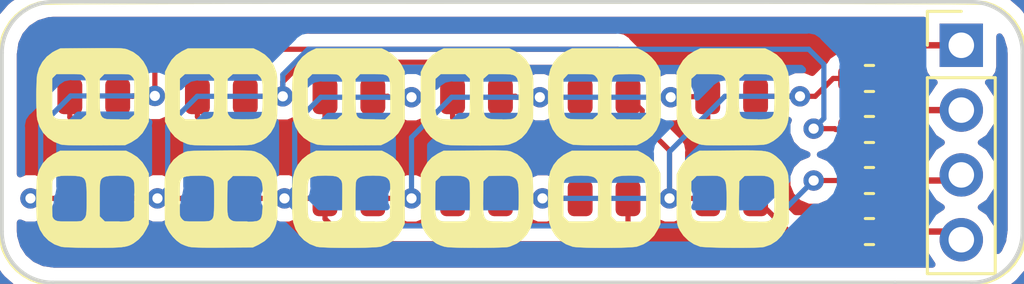
<source format=kicad_pcb>
(kicad_pcb (version 20171130) (host pcbnew "(5.0.0)")

  (general
    (thickness 1.6)
    (drawings 10)
    (tracks 140)
    (zones 0)
    (modules 18)
    (nets 9)
  )

  (page A4)
  (layers
    (0 F.Cu signal hide)
    (31 B.Cu signal hide)
    (32 B.Adhes user hide)
    (33 F.Adhes user hide)
    (34 B.Paste user hide)
    (35 F.Paste user hide)
    (36 B.SilkS user hide)
    (37 F.SilkS user)
    (38 B.Mask user hide)
    (39 F.Mask user hide)
    (40 Dwgs.User user hide)
    (41 Cmts.User user hide)
    (42 Eco1.User user)
    (43 Eco2.User user)
    (44 Edge.Cuts user)
    (45 Margin user)
    (46 B.CrtYd user)
    (47 F.CrtYd user)
    (48 B.Fab user)
    (49 F.Fab user)
  )

  (setup
    (last_trace_width 0.25)
    (trace_clearance 0.2)
    (zone_clearance 0.508)
    (zone_45_only no)
    (trace_min 0.2)
    (segment_width 0.2)
    (edge_width 0.15)
    (via_size 0.8)
    (via_drill 0.4)
    (via_min_size 0.4)
    (via_min_drill 0.3)
    (uvia_size 0.3)
    (uvia_drill 0.1)
    (uvias_allowed no)
    (uvia_min_size 0.2)
    (uvia_min_drill 0.1)
    (pcb_text_width 0.3)
    (pcb_text_size 1.5 1.5)
    (mod_edge_width 0.15)
    (mod_text_size 1 1)
    (mod_text_width 0.15)
    (pad_size 1.524 1.524)
    (pad_drill 0.762)
    (pad_to_mask_clearance 0.2)
    (aux_axis_origin 0 0)
    (grid_origin 152.4 110.3)
    (visible_elements 7FFFFFFF)
    (pcbplotparams
      (layerselection 0x010fc_ffffffff)
      (usegerberextensions false)
      (usegerberattributes false)
      (usegerberadvancedattributes false)
      (creategerberjobfile false)
      (excludeedgelayer true)
      (linewidth 0.100000)
      (plotframeref false)
      (viasonmask false)
      (mode 1)
      (useauxorigin false)
      (hpglpennumber 1)
      (hpglpenspeed 20)
      (hpglpendiameter 15.000000)
      (psnegative false)
      (psa4output false)
      (plotreference true)
      (plotvalue true)
      (plotinvisibletext false)
      (padsonsilk false)
      (subtractmaskfromsilk false)
      (outputformat 1)
      (mirror false)
      (drillshape 1)
      (scaleselection 1)
      (outputdirectory "./"))
  )

  (net 0 "")
  (net 1 /IO1)
  (net 2 /IO2)
  (net 3 /IO3)
  (net 4 /IO4)
  (net 5 /PINCON1)
  (net 6 /PINCON2)
  (net 7 /PINCON3)
  (net 8 /PINCON4)

  (net_class Default "This is the default net class."
    (clearance 0.2)
    (trace_width 0.25)
    (via_dia 0.8)
    (via_drill 0.4)
    (uvia_dia 0.3)
    (uvia_drill 0.1)
    (add_net /PINCON1)
    (add_net /PINCON2)
    (add_net /PINCON3)
    (add_net /PINCON4)
  )

  (net_class "Default Gee" ""
    (clearance 0.2032)
    (trace_width 0.2032)
    (via_dia 0.8)
    (via_drill 0.4)
    (uvia_dia 0.3)
    (uvia_drill 0.1)
    (add_net /IO1)
    (add_net /IO2)
    (add_net /IO3)
    (add_net /IO4)
  )

  (module LED_SMD:LED_0805_2012Metric (layer F.Cu) (tedit 5B5F3044) (tstamp 5B6931BE)
    (at 176 103)
    (descr "LED SMD 0805 (2012 Metric), square (rectangular) end terminal, IPC_7351 nominal, (Body size source: https://docs.google.com/spreadsheets/d/1BsfQQcO9C6DZCsRaXUlFlo91Tg2WpOkGARC1WS5S8t0/edit?usp=sharing), generated with kicad-footprint-generator")
    (tags diode)
    (path /5B5D1796)
    (attr smd)
    (fp_text reference "" (at 0 -1.65) (layer F.SilkS) hide
      (effects (font (size 1 1) (thickness 0.15)))
    )
    (fp_text value "" (at 0 -3.7) (layer F.Fab) hide
      (effects (font (size 1 1) (thickness 0.15)))
    )
    (fp_line (start 1 -0.6) (end -0.7 -0.6) (layer F.Fab) (width 0.1))
    (fp_line (start -0.7 -0.6) (end -1 -0.3) (layer F.Fab) (width 0.1))
    (fp_line (start -1 -0.3) (end -1 0.6) (layer F.Fab) (width 0.1))
    (fp_line (start -1 0.6) (end 1 0.6) (layer F.Fab) (width 0.1))
    (fp_line (start 1 0.6) (end 1 -0.6) (layer F.Fab) (width 0.1))
    (fp_line (start 1 -0.96) (end -1.685 -0.96) (layer F.SilkS) (width 0.12))
    (fp_line (start -1.685 -0.96) (end -1.685 0.96) (layer F.SilkS) (width 0.12))
    (fp_line (start -1.685 0.96) (end 1 0.96) (layer F.SilkS) (width 0.12))
    (fp_line (start -1.68 0.95) (end -1.68 -0.95) (layer F.CrtYd) (width 0.05))
    (fp_line (start -1.68 -0.95) (end 1.68 -0.95) (layer F.CrtYd) (width 0.05))
    (fp_line (start 1.68 -0.95) (end 1.68 0.95) (layer F.CrtYd) (width 0.05))
    (fp_line (start 1.68 0.95) (end -1.68 0.95) (layer F.CrtYd) (width 0.05))
    (fp_text user %R (at 0 0) (layer F.Fab)
      (effects (font (size 0.5 0.5) (thickness 0.08)))
    )
    (pad 1 smd roundrect (at -0.9375 0) (size 0.975 1.4) (layers F.Cu F.Paste F.Mask) (roundrect_rratio 0.25)
      (net 3 /IO3))
    (pad 2 smd roundrect (at 0.9375 0) (size 0.975 1.4) (layers F.Cu F.Paste F.Mask) (roundrect_rratio 0.25)
      (net 1 /IO1))
    (model ${KISYS3DMOD}/LED_SMD.3dshapes/LED_0805_2012Metric.wrl
      (at (xyz 0 0 0))
      (scale (xyz 1 1 1))
      (rotate (xyz 0 0 0))
    )
  )

  (module LED_SMD:LED_0805_2012Metric (layer F.Cu) (tedit 5B5F3040) (tstamp 5B6931D1)
    (at 176 107)
    (descr "LED SMD 0805 (2012 Metric), square (rectangular) end terminal, IPC_7351 nominal, (Body size source: https://docs.google.com/spreadsheets/d/1BsfQQcO9C6DZCsRaXUlFlo91Tg2WpOkGARC1WS5S8t0/edit?usp=sharing), generated with kicad-footprint-generator")
    (tags diode)
    (path /5B5D17EA)
    (attr smd)
    (fp_text reference "" (at 0 -1.65) (layer F.SilkS) hide
      (effects (font (size 1 1) (thickness 0.15)))
    )
    (fp_text value "" (at 0 7.3) (layer F.Fab) hide
      (effects (font (size 1 1) (thickness 0.15)))
    )
    (fp_text user %R (at 0 0) (layer F.Fab)
      (effects (font (size 0.5 0.5) (thickness 0.08)))
    )
    (fp_line (start 1.68 0.95) (end -1.68 0.95) (layer F.CrtYd) (width 0.05))
    (fp_line (start 1.68 -0.95) (end 1.68 0.95) (layer F.CrtYd) (width 0.05))
    (fp_line (start -1.68 -0.95) (end 1.68 -0.95) (layer F.CrtYd) (width 0.05))
    (fp_line (start -1.68 0.95) (end -1.68 -0.95) (layer F.CrtYd) (width 0.05))
    (fp_line (start -1.685 0.96) (end 1 0.96) (layer F.SilkS) (width 0.12))
    (fp_line (start -1.685 -0.96) (end -1.685 0.96) (layer F.SilkS) (width 0.12))
    (fp_line (start 1 -0.96) (end -1.685 -0.96) (layer F.SilkS) (width 0.12))
    (fp_line (start 1 0.6) (end 1 -0.6) (layer F.Fab) (width 0.1))
    (fp_line (start -1 0.6) (end 1 0.6) (layer F.Fab) (width 0.1))
    (fp_line (start -1 -0.3) (end -1 0.6) (layer F.Fab) (width 0.1))
    (fp_line (start -0.7 -0.6) (end -1 -0.3) (layer F.Fab) (width 0.1))
    (fp_line (start 1 -0.6) (end -0.7 -0.6) (layer F.Fab) (width 0.1))
    (pad 2 smd roundrect (at 0.9375 0) (size 0.975 1.4) (layers F.Cu F.Paste F.Mask) (roundrect_rratio 0.25)
      (net 3 /IO3))
    (pad 1 smd roundrect (at -0.9375 0) (size 0.975 1.4) (layers F.Cu F.Paste F.Mask) (roundrect_rratio 0.25)
      (net 1 /IO1))
    (model ${KISYS3DMOD}/LED_SMD.3dshapes/LED_0805_2012Metric.wrl
      (at (xyz 0 0 0))
      (scale (xyz 1 1 1))
      (rotate (xyz 0 0 0))
    )
  )

  (module LED_SMD:LED_0805_2012Metric (layer F.Cu) (tedit 5B5F3049) (tstamp 5B6931E4)
    (at 181 103)
    (descr "LED SMD 0805 (2012 Metric), square (rectangular) end terminal, IPC_7351 nominal, (Body size source: https://docs.google.com/spreadsheets/d/1BsfQQcO9C6DZCsRaXUlFlo91Tg2WpOkGARC1WS5S8t0/edit?usp=sharing), generated with kicad-footprint-generator")
    (tags diode)
    (path /5B5D1820)
    (attr smd)
    (fp_text reference "" (at 0 -1.65) (layer F.SilkS) hide
      (effects (font (size 1 1) (thickness 0.15)))
    )
    (fp_text value "" (at 0 1.65) (layer F.Fab)
      (effects (font (size 1 1) (thickness 0.15)))
    )
    (fp_line (start 1 -0.6) (end -0.7 -0.6) (layer F.Fab) (width 0.1))
    (fp_line (start -0.7 -0.6) (end -1 -0.3) (layer F.Fab) (width 0.1))
    (fp_line (start -1 -0.3) (end -1 0.6) (layer F.Fab) (width 0.1))
    (fp_line (start -1 0.6) (end 1 0.6) (layer F.Fab) (width 0.1))
    (fp_line (start 1 0.6) (end 1 -0.6) (layer F.Fab) (width 0.1))
    (fp_line (start 1 -0.96) (end -1.685 -0.96) (layer F.SilkS) (width 0.12))
    (fp_line (start -1.685 -0.96) (end -1.685 0.96) (layer F.SilkS) (width 0.12))
    (fp_line (start -1.685 0.96) (end 1 0.96) (layer F.SilkS) (width 0.12))
    (fp_line (start -1.68 0.95) (end -1.68 -0.95) (layer F.CrtYd) (width 0.05))
    (fp_line (start -1.68 -0.95) (end 1.68 -0.95) (layer F.CrtYd) (width 0.05))
    (fp_line (start 1.68 -0.95) (end 1.68 0.95) (layer F.CrtYd) (width 0.05))
    (fp_line (start 1.68 0.95) (end -1.68 0.95) (layer F.CrtYd) (width 0.05))
    (fp_text user %R (at 0 0) (layer F.Fab)
      (effects (font (size 0.5 0.5) (thickness 0.08)))
    )
    (pad 1 smd roundrect (at -0.9375 0) (size 0.975 1.4) (layers F.Cu F.Paste F.Mask) (roundrect_rratio 0.25)
      (net 4 /IO4))
    (pad 2 smd roundrect (at 0.9375 0) (size 0.975 1.4) (layers F.Cu F.Paste F.Mask) (roundrect_rratio 0.25)
      (net 1 /IO1))
    (model ${KISYS3DMOD}/LED_SMD.3dshapes/LED_0805_2012Metric.wrl
      (at (xyz 0 0 0))
      (scale (xyz 1 1 1))
      (rotate (xyz 0 0 0))
    )
  )

  (module LED_SMD:LED_0805_2012Metric (layer F.Cu) (tedit 5B5F303D) (tstamp 5B6931F7)
    (at 181 107)
    (descr "LED SMD 0805 (2012 Metric), square (rectangular) end terminal, IPC_7351 nominal, (Body size source: https://docs.google.com/spreadsheets/d/1BsfQQcO9C6DZCsRaXUlFlo91Tg2WpOkGARC1WS5S8t0/edit?usp=sharing), generated with kicad-footprint-generator")
    (tags diode)
    (path /5B5D185E)
    (attr smd)
    (fp_text reference "" (at 0 -1.65) (layer F.SilkS) hide
      (effects (font (size 1 1) (thickness 0.15)))
    )
    (fp_text value "" (at 0 7.3) (layer F.Fab) hide
      (effects (font (size 1 1) (thickness 0.15)))
    )
    (fp_text user %R (at 0 0) (layer F.Fab)
      (effects (font (size 0.5 0.5) (thickness 0.08)))
    )
    (fp_line (start 1.68 0.95) (end -1.68 0.95) (layer F.CrtYd) (width 0.05))
    (fp_line (start 1.68 -0.95) (end 1.68 0.95) (layer F.CrtYd) (width 0.05))
    (fp_line (start -1.68 -0.95) (end 1.68 -0.95) (layer F.CrtYd) (width 0.05))
    (fp_line (start -1.68 0.95) (end -1.68 -0.95) (layer F.CrtYd) (width 0.05))
    (fp_line (start -1.685 0.96) (end 1 0.96) (layer F.SilkS) (width 0.12))
    (fp_line (start -1.685 -0.96) (end -1.685 0.96) (layer F.SilkS) (width 0.12))
    (fp_line (start 1 -0.96) (end -1.685 -0.96) (layer F.SilkS) (width 0.12))
    (fp_line (start 1 0.6) (end 1 -0.6) (layer F.Fab) (width 0.1))
    (fp_line (start -1 0.6) (end 1 0.6) (layer F.Fab) (width 0.1))
    (fp_line (start -1 -0.3) (end -1 0.6) (layer F.Fab) (width 0.1))
    (fp_line (start -0.7 -0.6) (end -1 -0.3) (layer F.Fab) (width 0.1))
    (fp_line (start 1 -0.6) (end -0.7 -0.6) (layer F.Fab) (width 0.1))
    (pad 2 smd roundrect (at 0.9375 0) (size 0.975 1.4) (layers F.Cu F.Paste F.Mask) (roundrect_rratio 0.25)
      (net 4 /IO4))
    (pad 1 smd roundrect (at -0.9375 0) (size 0.975 1.4) (layers F.Cu F.Paste F.Mask) (roundrect_rratio 0.25)
      (net 1 /IO1))
    (model ${KISYS3DMOD}/LED_SMD.3dshapes/LED_0805_2012Metric.wrl
      (at (xyz 0 0 0))
      (scale (xyz 1 1 1))
      (rotate (xyz 0 0 0))
    )
  )

  (module LED_SMD:LED_0805_2012Metric (layer F.Cu) (tedit 5B5F306E) (tstamp 5B693318)
    (at 156 103)
    (descr "LED SMD 0805 (2012 Metric), square (rectangular) end terminal, IPC_7351 nominal, (Body size source: https://docs.google.com/spreadsheets/d/1BsfQQcO9C6DZCsRaXUlFlo91Tg2WpOkGARC1WS5S8t0/edit?usp=sharing), generated with kicad-footprint-generator")
    (tags diode)
    (path /5B5CE474)
    (attr smd)
    (fp_text reference "" (at 0 -1.65) (layer F.SilkS) hide
      (effects (font (size 1 1) (thickness 0.15)))
    )
    (fp_text value "" (at 0 1.65) (layer F.Fab)
      (effects (font (size 1 1) (thickness 0.15)))
    )
    (fp_line (start 1 -0.6) (end -0.7 -0.6) (layer F.Fab) (width 0.1))
    (fp_line (start -0.7 -0.6) (end -1 -0.3) (layer F.Fab) (width 0.1))
    (fp_line (start -1 -0.3) (end -1 0.6) (layer F.Fab) (width 0.1))
    (fp_line (start -1 0.6) (end 1 0.6) (layer F.Fab) (width 0.1))
    (fp_line (start 1 0.6) (end 1 -0.6) (layer F.Fab) (width 0.1))
    (fp_line (start 1 -0.96) (end -1.685 -0.96) (layer F.SilkS) (width 0.12))
    (fp_line (start -1.685 -0.96) (end -1.685 0.96) (layer F.SilkS) (width 0.12))
    (fp_line (start -1.685 0.96) (end 1 0.96) (layer F.SilkS) (width 0.12))
    (fp_line (start -1.68 0.95) (end -1.68 -0.95) (layer F.CrtYd) (width 0.05))
    (fp_line (start -1.68 -0.95) (end 1.68 -0.95) (layer F.CrtYd) (width 0.05))
    (fp_line (start 1.68 -0.95) (end 1.68 0.95) (layer F.CrtYd) (width 0.05))
    (fp_line (start 1.68 0.95) (end -1.68 0.95) (layer F.CrtYd) (width 0.05))
    (fp_text user %R (at 0 0) (layer F.Fab)
      (effects (font (size 0.5 0.5) (thickness 0.08)))
    )
    (pad 1 smd roundrect (at -0.9375 0) (size 0.975 1.4) (layers F.Cu F.Paste F.Mask) (roundrect_rratio 0.25)
      (net 2 /IO2))
    (pad 2 smd roundrect (at 0.9375 0) (size 0.975 1.4) (layers F.Cu F.Paste F.Mask) (roundrect_rratio 0.25)
      (net 1 /IO1))
    (model ${KISYS3DMOD}/LED_SMD.3dshapes/LED_0805_2012Metric.wrl
      (at (xyz 0 0 0))
      (scale (xyz 1 1 1))
      (rotate (xyz 0 0 0))
    )
  )

  (module LED_SMD:LED_0805_2012Metric (layer F.Cu) (tedit 5B5F306A) (tstamp 5B69332A)
    (at 156 107)
    (descr "LED SMD 0805 (2012 Metric), square (rectangular) end terminal, IPC_7351 nominal, (Body size source: https://docs.google.com/spreadsheets/d/1BsfQQcO9C6DZCsRaXUlFlo91Tg2WpOkGARC1WS5S8t0/edit?usp=sharing), generated with kicad-footprint-generator")
    (tags diode)
    (path /5B5CE227)
    (attr smd)
    (fp_text reference "" (at 0 -1.65) (layer F.SilkS)
      (effects (font (size 1 1) (thickness 0.15)))
    )
    (fp_text value "" (at 0 6.3) (layer F.Fab) hide
      (effects (font (size 1 1) (thickness 0.15)))
    )
    (fp_line (start 1 -0.6) (end -0.7 -0.6) (layer F.Fab) (width 0.1))
    (fp_line (start -0.7 -0.6) (end -1 -0.3) (layer F.Fab) (width 0.1))
    (fp_line (start -1 -0.3) (end -1 0.6) (layer F.Fab) (width 0.1))
    (fp_line (start -1 0.6) (end 1 0.6) (layer F.Fab) (width 0.1))
    (fp_line (start 1 0.6) (end 1 -0.6) (layer F.Fab) (width 0.1))
    (fp_line (start 1 -0.96) (end -1.685 -0.96) (layer F.SilkS) (width 0.12))
    (fp_line (start -1.685 -0.96) (end -1.685 0.96) (layer F.SilkS) (width 0.12))
    (fp_line (start -1.685 0.96) (end 1 0.96) (layer F.SilkS) (width 0.12))
    (fp_line (start -1.68 0.95) (end -1.68 -0.95) (layer F.CrtYd) (width 0.05))
    (fp_line (start -1.68 -0.95) (end 1.68 -0.95) (layer F.CrtYd) (width 0.05))
    (fp_line (start 1.68 -0.95) (end 1.68 0.95) (layer F.CrtYd) (width 0.05))
    (fp_line (start 1.68 0.95) (end -1.68 0.95) (layer F.CrtYd) (width 0.05))
    (fp_text user %R (at 0 0) (layer F.Fab)
      (effects (font (size 0.5 0.5) (thickness 0.08)))
    )
    (pad 1 smd roundrect (at -0.9375 0) (size 0.975 1.4) (layers F.Cu F.Paste F.Mask) (roundrect_rratio 0.25)
      (net 1 /IO1))
    (pad 2 smd roundrect (at 0.9375 0) (size 0.975 1.4) (layers F.Cu F.Paste F.Mask) (roundrect_rratio 0.25)
      (net 2 /IO2))
    (model ${KISYS3DMOD}/LED_SMD.3dshapes/LED_0805_2012Metric.wrl
      (at (xyz 0 0 0))
      (scale (xyz 1 1 1))
      (rotate (xyz 0 0 0))
    )
  )

  (module LED_SMD:LED_0805_2012Metric (layer F.Cu) (tedit 5B5F3072) (tstamp 5B69333C)
    (at 161 103)
    (descr "LED SMD 0805 (2012 Metric), square (rectangular) end terminal, IPC_7351 nominal, (Body size source: https://docs.google.com/spreadsheets/d/1BsfQQcO9C6DZCsRaXUlFlo91Tg2WpOkGARC1WS5S8t0/edit?usp=sharing), generated with kicad-footprint-generator")
    (tags diode)
    (path /5B5CE3AA)
    (attr smd)
    (fp_text reference "" (at 0 -1.65) (layer F.SilkS) hide
      (effects (font (size 1 1) (thickness 0.15)))
    )
    (fp_text value "" (at 0 1.65) (layer F.Fab)
      (effects (font (size 1 1) (thickness 0.15)))
    )
    (fp_text user %R (at 0 0) (layer F.Fab)
      (effects (font (size 0.5 0.5) (thickness 0.08)))
    )
    (fp_line (start 1.68 0.95) (end -1.68 0.95) (layer F.CrtYd) (width 0.05))
    (fp_line (start 1.68 -0.95) (end 1.68 0.95) (layer F.CrtYd) (width 0.05))
    (fp_line (start -1.68 -0.95) (end 1.68 -0.95) (layer F.CrtYd) (width 0.05))
    (fp_line (start -1.68 0.95) (end -1.68 -0.95) (layer F.CrtYd) (width 0.05))
    (fp_line (start -1.685 0.96) (end 1 0.96) (layer F.SilkS) (width 0.12))
    (fp_line (start -1.685 -0.96) (end -1.685 0.96) (layer F.SilkS) (width 0.12))
    (fp_line (start 1 -0.96) (end -1.685 -0.96) (layer F.SilkS) (width 0.12))
    (fp_line (start 1 0.6) (end 1 -0.6) (layer F.Fab) (width 0.1))
    (fp_line (start -1 0.6) (end 1 0.6) (layer F.Fab) (width 0.1))
    (fp_line (start -1 -0.3) (end -1 0.6) (layer F.Fab) (width 0.1))
    (fp_line (start -0.7 -0.6) (end -1 -0.3) (layer F.Fab) (width 0.1))
    (fp_line (start 1 -0.6) (end -0.7 -0.6) (layer F.Fab) (width 0.1))
    (pad 2 smd roundrect (at 0.9375 0) (size 0.975 1.4) (layers F.Cu F.Paste F.Mask) (roundrect_rratio 0.25)
      (net 2 /IO2))
    (pad 1 smd roundrect (at -0.9375 0) (size 0.975 1.4) (layers F.Cu F.Paste F.Mask) (roundrect_rratio 0.25)
      (net 3 /IO3))
    (model ${KISYS3DMOD}/LED_SMD.3dshapes/LED_0805_2012Metric.wrl
      (at (xyz 0 0 0))
      (scale (xyz 1 1 1))
      (rotate (xyz 0 0 0))
    )
  )

  (module LED_SMD:LED_0805_2012Metric (layer F.Cu) (tedit 5B5F3024) (tstamp 5B69334E)
    (at 161 107)
    (descr "LED SMD 0805 (2012 Metric), square (rectangular) end terminal, IPC_7351 nominal, (Body size source: https://docs.google.com/spreadsheets/d/1BsfQQcO9C6DZCsRaXUlFlo91Tg2WpOkGARC1WS5S8t0/edit?usp=sharing), generated with kicad-footprint-generator")
    (tags diode)
    (path /5B5CE2DA)
    (attr smd)
    (fp_text reference "" (at 0 -1.65) (layer F.SilkS)
      (effects (font (size 1 1) (thickness 0.15)))
    )
    (fp_text value "" (at 0 7.3) (layer F.Fab) hide
      (effects (font (size 1 1) (thickness 0.15)))
    )
    (fp_text user "" (at 0 0) (layer F.Fab)
      (effects (font (size 0.5 0.5) (thickness 0.08)))
    )
    (fp_line (start 1.68 0.95) (end -1.68 0.95) (layer F.CrtYd) (width 0.05))
    (fp_line (start 1.68 -0.95) (end 1.68 0.95) (layer F.CrtYd) (width 0.05))
    (fp_line (start -1.68 -0.95) (end 1.68 -0.95) (layer F.CrtYd) (width 0.05))
    (fp_line (start -1.68 0.95) (end -1.68 -0.95) (layer F.CrtYd) (width 0.05))
    (fp_line (start -1.685 0.96) (end 1 0.96) (layer F.SilkS) (width 0.12))
    (fp_line (start -1.685 -0.96) (end -1.685 0.96) (layer F.SilkS) (width 0.12))
    (fp_line (start 1 -0.96) (end -1.685 -0.96) (layer F.SilkS) (width 0.12))
    (fp_line (start 1 0.6) (end 1 -0.6) (layer F.Fab) (width 0.1))
    (fp_line (start -1 0.6) (end 1 0.6) (layer F.Fab) (width 0.1))
    (fp_line (start -1 -0.3) (end -1 0.6) (layer F.Fab) (width 0.1))
    (fp_line (start -0.7 -0.6) (end -1 -0.3) (layer F.Fab) (width 0.1))
    (fp_line (start 1 -0.6) (end -0.7 -0.6) (layer F.Fab) (width 0.1))
    (pad 2 smd roundrect (at 0.9375 0) (size 0.975 1.4) (layers F.Cu F.Paste F.Mask) (roundrect_rratio 0.25)
      (net 3 /IO3))
    (pad 1 smd roundrect (at -0.9375 0) (size 0.975 1.4) (layers F.Cu F.Paste F.Mask) (roundrect_rratio 0.25)
      (net 2 /IO2))
    (model ${KISYS3DMOD}/LED_SMD.3dshapes/LED_0805_2012Metric.wrl
      (at (xyz 0 0 0))
      (scale (xyz 1 1 1))
      (rotate (xyz 0 0 0))
    )
  )

  (module LED_SMD:LED_0805_2012Metric (layer F.Cu) (tedit 5B5F2FF2) (tstamp 5B693360)
    (at 166 103)
    (descr "LED SMD 0805 (2012 Metric), square (rectangular) end terminal, IPC_7351 nominal, (Body size source: https://docs.google.com/spreadsheets/d/1BsfQQcO9C6DZCsRaXUlFlo91Tg2WpOkGARC1WS5S8t0/edit?usp=sharing), generated with kicad-footprint-generator")
    (tags diode)
    (path /5B5CED04)
    (attr smd)
    (fp_text reference "" (at 0 -1.65) (layer F.SilkS) hide
      (effects (font (size 1 1) (thickness 0.15)))
    )
    (fp_text value "" (at 0 -5.7) (layer F.Fab) hide
      (effects (font (size 1 1) (thickness 0.15)))
    )
    (fp_line (start 1 -0.6) (end -0.7 -0.6) (layer F.Fab) (width 0.1))
    (fp_line (start -0.7 -0.6) (end -1 -0.3) (layer F.Fab) (width 0.1))
    (fp_line (start -1 -0.3) (end -1 0.6) (layer F.Fab) (width 0.1))
    (fp_line (start -1 0.6) (end 1 0.6) (layer F.Fab) (width 0.1))
    (fp_line (start 1 0.6) (end 1 -0.6) (layer F.Fab) (width 0.1))
    (fp_line (start 1 -0.96) (end -1.685 -0.96) (layer F.SilkS) (width 0.12))
    (fp_line (start -1.685 -0.96) (end -1.685 0.96) (layer F.SilkS) (width 0.12))
    (fp_line (start -1.685 0.96) (end 1 0.96) (layer F.SilkS) (width 0.12))
    (fp_line (start -1.68 0.95) (end -1.68 -0.95) (layer F.CrtYd) (width 0.05))
    (fp_line (start -1.68 -0.95) (end 1.68 -0.95) (layer F.CrtYd) (width 0.05))
    (fp_line (start 1.68 -0.95) (end 1.68 0.95) (layer F.CrtYd) (width 0.05))
    (fp_line (start 1.68 0.95) (end -1.68 0.95) (layer F.CrtYd) (width 0.05))
    (fp_text user %R (at 0 0) (layer F.Fab)
      (effects (font (size 0.5 0.5) (thickness 0.08)))
    )
    (pad 1 smd roundrect (at -0.9375 0) (size 0.975 1.4) (layers F.Cu F.Paste F.Mask) (roundrect_rratio 0.25)
      (net 4 /IO4))
    (pad 2 smd roundrect (at 0.9375 0) (size 0.975 1.4) (layers F.Cu F.Paste F.Mask) (roundrect_rratio 0.25)
      (net 3 /IO3))
    (model ${KISYS3DMOD}/LED_SMD.3dshapes/LED_0805_2012Metric.wrl
      (at (xyz 0 0 0))
      (scale (xyz 1 1 1))
      (rotate (xyz 0 0 0))
    )
  )

  (module LED_SMD:LED_0805_2012Metric (layer F.Cu) (tedit 5B5F3029) (tstamp 5B693372)
    (at 166 107)
    (descr "LED SMD 0805 (2012 Metric), square (rectangular) end terminal, IPC_7351 nominal, (Body size source: https://docs.google.com/spreadsheets/d/1BsfQQcO9C6DZCsRaXUlFlo91Tg2WpOkGARC1WS5S8t0/edit?usp=sharing), generated with kicad-footprint-generator")
    (tags diode)
    (path /5B5CECCF)
    (attr smd)
    (fp_text reference "" (at 0 -1.65) (layer F.SilkS) hide
      (effects (font (size 1 1) (thickness 0.15)))
    )
    (fp_text value "" (at 0 7.3) (layer F.Fab) hide
      (effects (font (size 1 1) (thickness 0.15)))
    )
    (fp_text user %R (at 0 0) (layer F.Fab)
      (effects (font (size 0.5 0.5) (thickness 0.08)))
    )
    (fp_line (start 1.68 0.95) (end -1.68 0.95) (layer F.CrtYd) (width 0.05))
    (fp_line (start 1.68 -0.95) (end 1.68 0.95) (layer F.CrtYd) (width 0.05))
    (fp_line (start -1.68 -0.95) (end 1.68 -0.95) (layer F.CrtYd) (width 0.05))
    (fp_line (start -1.68 0.95) (end -1.68 -0.95) (layer F.CrtYd) (width 0.05))
    (fp_line (start -1.685 0.96) (end 1 0.96) (layer F.SilkS) (width 0.12))
    (fp_line (start -1.685 -0.96) (end -1.685 0.96) (layer F.SilkS) (width 0.12))
    (fp_line (start 1 -0.96) (end -1.685 -0.96) (layer F.SilkS) (width 0.12))
    (fp_line (start 1 0.6) (end 1 -0.6) (layer F.Fab) (width 0.1))
    (fp_line (start -1 0.6) (end 1 0.6) (layer F.Fab) (width 0.1))
    (fp_line (start -1 -0.3) (end -1 0.6) (layer F.Fab) (width 0.1))
    (fp_line (start -0.7 -0.6) (end -1 -0.3) (layer F.Fab) (width 0.1))
    (fp_line (start 1 -0.6) (end -0.7 -0.6) (layer F.Fab) (width 0.1))
    (pad 2 smd roundrect (at 0.9375 0) (size 0.975 1.4) (layers F.Cu F.Paste F.Mask) (roundrect_rratio 0.25)
      (net 4 /IO4))
    (pad 1 smd roundrect (at -0.9375 0) (size 0.975 1.4) (layers F.Cu F.Paste F.Mask) (roundrect_rratio 0.25)
      (net 3 /IO3))
    (model ${KISYS3DMOD}/LED_SMD.3dshapes/LED_0805_2012Metric.wrl
      (at (xyz 0 0 0))
      (scale (xyz 1 1 1))
      (rotate (xyz 0 0 0))
    )
  )

  (module LED_SMD:LED_0805_2012Metric (layer F.Cu) (tedit 5B5F2FF6) (tstamp 5B693384)
    (at 171 103)
    (descr "LED SMD 0805 (2012 Metric), square (rectangular) end terminal, IPC_7351 nominal, (Body size source: https://docs.google.com/spreadsheets/d/1BsfQQcO9C6DZCsRaXUlFlo91Tg2WpOkGARC1WS5S8t0/edit?usp=sharing), generated with kicad-footprint-generator")
    (tags diode)
    (path /5B5CE374)
    (attr smd)
    (fp_text reference "" (at 0 -1.65) (layer F.SilkS) hide
      (effects (font (size 1 1) (thickness 0.15)))
    )
    (fp_text value "" (at 0.4 -9.7) (layer F.Fab)
      (effects (font (size 1 1) (thickness 0.15)))
    )
    (fp_line (start 1 -0.6) (end -0.7 -0.6) (layer F.Fab) (width 0.1))
    (fp_line (start -0.7 -0.6) (end -1 -0.3) (layer F.Fab) (width 0.1))
    (fp_line (start -1 -0.3) (end -1 0.6) (layer F.Fab) (width 0.1))
    (fp_line (start -1 0.6) (end 1 0.6) (layer F.Fab) (width 0.1))
    (fp_line (start 1 0.6) (end 1 -0.6) (layer F.Fab) (width 0.1))
    (fp_line (start 1 -0.96) (end -1.685 -0.96) (layer F.SilkS) (width 0.12))
    (fp_line (start -1.685 -0.96) (end -1.685 0.96) (layer F.SilkS) (width 0.12))
    (fp_line (start -1.685 0.96) (end 1 0.96) (layer F.SilkS) (width 0.12))
    (fp_line (start -1.68 0.95) (end -1.68 -0.95) (layer F.CrtYd) (width 0.05))
    (fp_line (start -1.68 -0.95) (end 1.68 -0.95) (layer F.CrtYd) (width 0.05))
    (fp_line (start 1.68 -0.95) (end 1.68 0.95) (layer F.CrtYd) (width 0.05))
    (fp_line (start 1.68 0.95) (end -1.68 0.95) (layer F.CrtYd) (width 0.05))
    (fp_text user "" (at 0 0) (layer F.Fab)
      (effects (font (size 0.5 0.5) (thickness 0.08)))
    )
    (pad 1 smd roundrect (at -0.9375 0) (size 0.975 1.4) (layers F.Cu F.Paste F.Mask) (roundrect_rratio 0.25)
      (net 2 /IO2))
    (pad 2 smd roundrect (at 0.9375 0) (size 0.975 1.4) (layers F.Cu F.Paste F.Mask) (roundrect_rratio 0.25)
      (net 4 /IO4))
    (model ${KISYS3DMOD}/LED_SMD.3dshapes/LED_0805_2012Metric.wrl
      (at (xyz 0 0 0))
      (scale (xyz 1 1 1))
      (rotate (xyz 0 0 0))
    )
  )

  (module LED_SMD:LED_0805_2012Metric (layer F.Cu) (tedit 5B5F302D) (tstamp 5B693396)
    (at 171 107)
    (descr "LED SMD 0805 (2012 Metric), square (rectangular) end terminal, IPC_7351 nominal, (Body size source: https://docs.google.com/spreadsheets/d/1BsfQQcO9C6DZCsRaXUlFlo91Tg2WpOkGARC1WS5S8t0/edit?usp=sharing), generated with kicad-footprint-generator")
    (tags diode)
    (path /5B5D173F)
    (attr smd)
    (fp_text reference "" (at 0 -1.65) (layer F.SilkS) hide
      (effects (font (size 1 1) (thickness 0.15)))
    )
    (fp_text value "" (at 0 7.3) (layer F.Fab) hide
      (effects (font (size 1 1) (thickness 0.15)))
    )
    (fp_text user %R (at 0 0) (layer F.Fab)
      (effects (font (size 0.5 0.5) (thickness 0.08)))
    )
    (fp_line (start 1.68 0.95) (end -1.68 0.95) (layer F.CrtYd) (width 0.05))
    (fp_line (start 1.68 -0.95) (end 1.68 0.95) (layer F.CrtYd) (width 0.05))
    (fp_line (start -1.68 -0.95) (end 1.68 -0.95) (layer F.CrtYd) (width 0.05))
    (fp_line (start -1.68 0.95) (end -1.68 -0.95) (layer F.CrtYd) (width 0.05))
    (fp_line (start -1.685 0.96) (end 1 0.96) (layer F.SilkS) (width 0.12))
    (fp_line (start -1.685 -0.96) (end -1.685 0.96) (layer F.SilkS) (width 0.12))
    (fp_line (start 1 -0.96) (end -1.685 -0.96) (layer F.SilkS) (width 0.12))
    (fp_line (start 1 0.6) (end 1 -0.6) (layer F.Fab) (width 0.1))
    (fp_line (start -1 0.6) (end 1 0.6) (layer F.Fab) (width 0.1))
    (fp_line (start -1 -0.3) (end -1 0.6) (layer F.Fab) (width 0.1))
    (fp_line (start -0.7 -0.6) (end -1 -0.3) (layer F.Fab) (width 0.1))
    (fp_line (start 1 -0.6) (end -0.7 -0.6) (layer F.Fab) (width 0.1))
    (pad 2 smd roundrect (at 0.9375 0) (size 0.975 1.4) (layers F.Cu F.Paste F.Mask) (roundrect_rratio 0.25)
      (net 2 /IO2))
    (pad 1 smd roundrect (at -0.9375 0) (size 0.975 1.4) (layers F.Cu F.Paste F.Mask) (roundrect_rratio 0.25)
      (net 4 /IO4))
    (model ${KISYS3DMOD}/LED_SMD.3dshapes/LED_0805_2012Metric.wrl
      (at (xyz 0 0 0))
      (scale (xyz 1 1 1))
      (rotate (xyz 0 0 0))
    )
  )

  (module Connector_PinHeader_2.54mm:PinHeader_1x04_P2.54mm_Vertical (layer F.Cu) (tedit 5B5F304D) (tstamp 5B6A8734)
    (at 190 101)
    (descr "Through hole straight pin header, 1x04, 2.54mm pitch, single row")
    (tags "Through hole pin header THT 1x04 2.54mm single row")
    (path /5B5E78BA)
    (fp_text reference "" (at 0 -2.33) (layer F.SilkS) hide
      (effects (font (size 1 1) (thickness 0.15)))
    )
    (fp_text value "" (at 0 9.95) (layer F.Fab)
      (effects (font (size 1 1) (thickness 0.15)))
    )
    (fp_line (start -0.635 -1.27) (end 1.27 -1.27) (layer F.Fab) (width 0.1))
    (fp_line (start 1.27 -1.27) (end 1.27 8.89) (layer F.Fab) (width 0.1))
    (fp_line (start 1.27 8.89) (end -1.27 8.89) (layer F.Fab) (width 0.1))
    (fp_line (start -1.27 8.89) (end -1.27 -0.635) (layer F.Fab) (width 0.1))
    (fp_line (start -1.27 -0.635) (end -0.635 -1.27) (layer F.Fab) (width 0.1))
    (fp_line (start -1.33 8.95) (end 1.33 8.95) (layer F.SilkS) (width 0.12))
    (fp_line (start -1.33 1.27) (end -1.33 8.95) (layer F.SilkS) (width 0.12))
    (fp_line (start 1.33 1.27) (end 1.33 8.95) (layer F.SilkS) (width 0.12))
    (fp_line (start -1.33 1.27) (end 1.33 1.27) (layer F.SilkS) (width 0.12))
    (fp_line (start -1.33 0) (end -1.33 -1.33) (layer F.SilkS) (width 0.12))
    (fp_line (start -1.33 -1.33) (end 0 -1.33) (layer F.SilkS) (width 0.12))
    (fp_line (start -1.8 -1.8) (end -1.8 9.4) (layer F.CrtYd) (width 0.05))
    (fp_line (start -1.8 9.4) (end 1.8 9.4) (layer F.CrtYd) (width 0.05))
    (fp_line (start 1.8 9.4) (end 1.8 -1.8) (layer F.CrtYd) (width 0.05))
    (fp_line (start 1.8 -1.8) (end -1.8 -1.8) (layer F.CrtYd) (width 0.05))
    (fp_text user %R (at 0 3.81 90) (layer F.Fab)
      (effects (font (size 1 1) (thickness 0.15)))
    )
    (pad 1 thru_hole rect (at 0 0) (size 1.7 1.7) (drill 1) (layers *.Cu *.Mask)
      (net 5 /PINCON1))
    (pad 2 thru_hole oval (at 0 2.54) (size 1.7 1.7) (drill 1) (layers *.Cu *.Mask)
      (net 6 /PINCON2))
    (pad 3 thru_hole oval (at 0 5.08) (size 1.7 1.7) (drill 1) (layers *.Cu *.Mask)
      (net 7 /PINCON3))
    (pad 4 thru_hole oval (at 0 7.62) (size 1.7 1.7) (drill 1) (layers *.Cu *.Mask)
      (net 8 /PINCON4))
    (model ${KISYS3DMOD}/Connector_PinHeader_2.54mm.3dshapes/PinHeader_1x04_P2.54mm_Vertical.wrl
      (at (xyz 0 0 0))
      (scale (xyz 1 1 1))
      (rotate (xyz 0 0 0))
    )
  )

  (module Resistor_SMD:R_0603_1608Metric (layer F.Cu) (tedit 5B5F2F7F) (tstamp 5B6A8745)
    (at 186.4 102.3 180)
    (descr "Resistor SMD 0603 (1608 Metric), square (rectangular) end terminal, IPC_7351 nominal, (Body size source: http://www.tortai-tech.com/upload/download/2011102023233369053.pdf), generated with kicad-footprint-generator")
    (tags resistor)
    (path /5B5E404A)
    (attr smd)
    (fp_text reference "" (at 0 -1.43 180) (layer F.SilkS)
      (effects (font (size 1 1) (thickness 0.15)))
    )
    (fp_text value "" (at 0 1.43 180) (layer F.Fab)
      (effects (font (size 1 1) (thickness 0.15)))
    )
    (fp_text user "" (at 0 0 180) (layer F.Fab)
      (effects (font (size 0.4 0.4) (thickness 0.06)))
    )
    (fp_line (start 1.48 0.73) (end -1.48 0.73) (layer F.CrtYd) (width 0.05))
    (fp_line (start 1.48 -0.73) (end 1.48 0.73) (layer F.CrtYd) (width 0.05))
    (fp_line (start -1.48 -0.73) (end 1.48 -0.73) (layer F.CrtYd) (width 0.05))
    (fp_line (start -1.48 0.73) (end -1.48 -0.73) (layer F.CrtYd) (width 0.05))
    (fp_line (start -0.162779 0.51) (end 0.162779 0.51) (layer F.SilkS) (width 0.12))
    (fp_line (start -0.162779 -0.51) (end 0.162779 -0.51) (layer F.SilkS) (width 0.12))
    (fp_line (start 0.8 0.4) (end -0.8 0.4) (layer F.Fab) (width 0.1))
    (fp_line (start 0.8 -0.4) (end 0.8 0.4) (layer F.Fab) (width 0.1))
    (fp_line (start -0.8 -0.4) (end 0.8 -0.4) (layer F.Fab) (width 0.1))
    (fp_line (start -0.8 0.4) (end -0.8 -0.4) (layer F.Fab) (width 0.1))
    (pad 2 smd roundrect (at 0.7875 0 180) (size 0.875 0.95) (layers F.Cu F.Paste F.Mask) (roundrect_rratio 0.25)
      (net 1 /IO1))
    (pad 1 smd roundrect (at -0.7875 0 180) (size 0.875 0.95) (layers F.Cu F.Paste F.Mask) (roundrect_rratio 0.25)
      (net 5 /PINCON1))
    (model ${KISYS3DMOD}/Resistor_SMD.3dshapes/R_0603_1608Metric.wrl
      (at (xyz 0 0 0))
      (scale (xyz 1 1 1))
      (rotate (xyz 0 0 0))
    )
  )

  (module Resistor_SMD:R_0603_1608Metric (layer F.Cu) (tedit 5B5F2FAC) (tstamp 5B6A8756)
    (at 186.4 104.3 180)
    (descr "Resistor SMD 0603 (1608 Metric), square (rectangular) end terminal, IPC_7351 nominal, (Body size source: http://www.tortai-tech.com/upload/download/2011102023233369053.pdf), generated with kicad-footprint-generator")
    (tags resistor)
    (path /5B5E4234)
    (attr smd)
    (fp_text reference "" (at 0 -1.43 180) (layer F.SilkS)
      (effects (font (size 1 1) (thickness 0.15)))
    )
    (fp_text value "" (at 0 1.43 180) (layer F.Fab)
      (effects (font (size 1 1) (thickness 0.15)))
    )
    (fp_line (start -0.8 0.4) (end -0.8 -0.4) (layer F.Fab) (width 0.1))
    (fp_line (start -0.8 -0.4) (end 0.8 -0.4) (layer F.Fab) (width 0.1))
    (fp_line (start 0.8 -0.4) (end 0.8 0.4) (layer F.Fab) (width 0.1))
    (fp_line (start 0.8 0.4) (end -0.8 0.4) (layer F.Fab) (width 0.1))
    (fp_line (start -0.162779 -0.51) (end 0.162779 -0.51) (layer F.SilkS) (width 0.12))
    (fp_line (start -0.162779 0.51) (end 0.162779 0.51) (layer F.SilkS) (width 0.12))
    (fp_line (start -1.48 0.73) (end -1.48 -0.73) (layer F.CrtYd) (width 0.05))
    (fp_line (start -1.48 -0.73) (end 1.48 -0.73) (layer F.CrtYd) (width 0.05))
    (fp_line (start 1.48 -0.73) (end 1.48 0.73) (layer F.CrtYd) (width 0.05))
    (fp_line (start 1.48 0.73) (end -1.48 0.73) (layer F.CrtYd) (width 0.05))
    (fp_text user %R (at 0 0 180) (layer F.Fab)
      (effects (font (size 0.4 0.4) (thickness 0.06)))
    )
    (pad 1 smd roundrect (at -0.7875 0 180) (size 0.875 0.95) (layers F.Cu F.Paste F.Mask) (roundrect_rratio 0.25)
      (net 6 /PINCON2))
    (pad 2 smd roundrect (at 0.7875 0 180) (size 0.875 0.95) (layers F.Cu F.Paste F.Mask) (roundrect_rratio 0.25)
      (net 2 /IO2))
    (model ${KISYS3DMOD}/Resistor_SMD.3dshapes/R_0603_1608Metric.wrl
      (at (xyz 0 0 0))
      (scale (xyz 1 1 1))
      (rotate (xyz 0 0 0))
    )
  )

  (module Resistor_SMD:R_0603_1608Metric (layer F.Cu) (tedit 5B5F2F99) (tstamp 5B6A8767)
    (at 186.4 106.3 180)
    (descr "Resistor SMD 0603 (1608 Metric), square (rectangular) end terminal, IPC_7351 nominal, (Body size source: http://www.tortai-tech.com/upload/download/2011102023233369053.pdf), generated with kicad-footprint-generator")
    (tags resistor)
    (path /5B5E427E)
    (attr smd)
    (fp_text reference "" (at 0 -1.43 180) (layer F.SilkS)
      (effects (font (size 1 1) (thickness 0.15)))
    )
    (fp_text value "" (at 0 1.43 180) (layer F.Fab)
      (effects (font (size 1 1) (thickness 0.15)))
    )
    (fp_text user %R (at 0 0 180) (layer F.Fab)
      (effects (font (size 0.4 0.4) (thickness 0.06)))
    )
    (fp_line (start 1.48 0.73) (end -1.48 0.73) (layer F.CrtYd) (width 0.05))
    (fp_line (start 1.48 -0.73) (end 1.48 0.73) (layer F.CrtYd) (width 0.05))
    (fp_line (start -1.48 -0.73) (end 1.48 -0.73) (layer F.CrtYd) (width 0.05))
    (fp_line (start -1.48 0.73) (end -1.48 -0.73) (layer F.CrtYd) (width 0.05))
    (fp_line (start -0.162779 0.51) (end 0.162779 0.51) (layer F.SilkS) (width 0.12))
    (fp_line (start -0.162779 -0.51) (end 0.162779 -0.51) (layer F.SilkS) (width 0.12))
    (fp_line (start 0.8 0.4) (end -0.8 0.4) (layer F.Fab) (width 0.1))
    (fp_line (start 0.8 -0.4) (end 0.8 0.4) (layer F.Fab) (width 0.1))
    (fp_line (start -0.8 -0.4) (end 0.8 -0.4) (layer F.Fab) (width 0.1))
    (fp_line (start -0.8 0.4) (end -0.8 -0.4) (layer F.Fab) (width 0.1))
    (pad 2 smd roundrect (at 0.7875 0 180) (size 0.875 0.95) (layers F.Cu F.Paste F.Mask) (roundrect_rratio 0.25)
      (net 3 /IO3))
    (pad 1 smd roundrect (at -0.7875 0 180) (size 0.875 0.95) (layers F.Cu F.Paste F.Mask) (roundrect_rratio 0.25)
      (net 7 /PINCON3))
    (model ${KISYS3DMOD}/Resistor_SMD.3dshapes/R_0603_1608Metric.wrl
      (at (xyz 0 0 0))
      (scale (xyz 1 1 1))
      (rotate (xyz 0 0 0))
    )
  )

  (module Resistor_SMD:R_0603_1608Metric (layer F.Cu) (tedit 5B5F305A) (tstamp 5B6A8778)
    (at 186.4 108.3 180)
    (descr "Resistor SMD 0603 (1608 Metric), square (rectangular) end terminal, IPC_7351 nominal, (Body size source: http://www.tortai-tech.com/upload/download/2011102023233369053.pdf), generated with kicad-footprint-generator")
    (tags resistor)
    (path /5B5E42BE)
    (attr smd)
    (fp_text reference "" (at 0 -1.43 180) (layer F.SilkS)
      (effects (font (size 1 1) (thickness 0.15)))
    )
    (fp_text value "" (at 0 1.43 180) (layer F.Fab)
      (effects (font (size 1 1) (thickness 0.15)))
    )
    (fp_line (start -0.8 0.4) (end -0.8 -0.4) (layer F.Fab) (width 0.1))
    (fp_line (start -0.8 -0.4) (end 0.8 -0.4) (layer F.Fab) (width 0.1))
    (fp_line (start 0.8 -0.4) (end 0.8 0.4) (layer F.Fab) (width 0.1))
    (fp_line (start 0.8 0.4) (end -0.8 0.4) (layer F.Fab) (width 0.1))
    (fp_line (start -0.162779 -0.51) (end 0.162779 -0.51) (layer F.SilkS) (width 0.12))
    (fp_line (start -0.162779 0.51) (end 0.162779 0.51) (layer F.SilkS) (width 0.12))
    (fp_line (start -1.48 0.73) (end -1.48 -0.73) (layer F.CrtYd) (width 0.05))
    (fp_line (start -1.48 -0.73) (end 1.48 -0.73) (layer F.CrtYd) (width 0.05))
    (fp_line (start 1.48 -0.73) (end 1.48 0.73) (layer F.CrtYd) (width 0.05))
    (fp_line (start 1.48 0.73) (end -1.48 0.73) (layer F.CrtYd) (width 0.05))
    (fp_text user %R (at 0 0 180) (layer F.Fab)
      (effects (font (size 0.4 0.4) (thickness 0.06)))
    )
    (pad 1 smd roundrect (at -0.7875 0 180) (size 0.875 0.95) (layers F.Cu F.Paste F.Mask) (roundrect_rratio 0.25)
      (net 8 /PINCON4))
    (pad 2 smd roundrect (at 0.7875 0 180) (size 0.875 0.95) (layers F.Cu F.Paste F.Mask) (roundrect_rratio 0.25)
      (net 4 /IO4))
    (model ${KISYS3DMOD}/Resistor_SMD.3dshapes/R_0603_1608Metric.wrl
      (at (xyz 0 0 0))
      (scale (xyz 1 1 1))
      (rotate (xyz 0 0 0))
    )
  )

  (module CHARLIE:topsilk (layer F.Cu) (tedit 0) (tstamp 5B5F3CBE)
    (at 172.4 104.8)
    (fp_text reference G*** (at 0 0) (layer F.SilkS) hide
      (effects (font (size 1.524 1.524) (thickness 0.3)))
    )
    (fp_text value LOGO (at 0.75 0) (layer F.SilkS) hide
      (effects (font (size 1.524 1.524) (thickness 0.3)))
    )
    (fp_poly (pts (xy 10.121805 -3.577726) (xy 10.366752 -3.428354) (xy 10.563966 -3.237193) (xy 10.711877 -3.006136)
      (xy 10.804485 -2.754528) (xy 10.821367 -2.673778) (xy 10.834212 -2.572116) (xy 10.843453 -2.441018)
      (xy 10.849523 -2.27196) (xy 10.852856 -2.056415) (xy 10.853885 -1.78586) (xy 10.853885 -1.782456)
      (xy 10.852515 -1.492208) (xy 10.847582 -1.256601) (xy 10.837849 -1.066661) (xy 10.822079 -0.913412)
      (xy 10.799036 -0.787881) (xy 10.767482 -0.681091) (xy 10.726182 -0.584068) (xy 10.675995 -0.491405)
      (xy 10.561095 -0.336291) (xy 10.406919 -0.184084) (xy 10.234853 -0.053331) (xy 10.066286 0.037423)
      (xy 10.065997 0.03754) (xy 10.017134 0.056571) (xy 9.969598 0.072065) (xy 9.916434 0.084431)
      (xy 9.850689 0.094078) (xy 9.765409 0.101413) (xy 9.653642 0.106846) (xy 9.508433 0.110783)
      (xy 9.322828 0.113635) (xy 9.089875 0.115809) (xy 8.80262 0.117713) (xy 8.689474 0.118383)
      (xy 8.377798 0.119971) (xy 8.122815 0.120558) (xy 7.917566 0.119884) (xy 7.755089 0.117688)
      (xy 7.628422 0.113709) (xy 7.530606 0.107688) (xy 7.45468 0.099363) (xy 7.393681 0.088475)
      (xy 7.34065 0.074763) (xy 7.315594 0.066976) (xy 7.193291 0.021489) (xy 7.076843 -0.031265)
      (xy 7.023058 -0.060794) (xy 6.887259 -0.166472) (xy 6.748313 -0.31071) (xy 6.624252 -0.472038)
      (xy 6.533108 -0.628982) (xy 6.519353 -0.66057) (xy 6.498299 -0.714901) (xy 6.481677 -0.767151)
      (xy 6.468965 -0.825379) (xy 6.45964 -0.897646) (xy 6.453177 -0.992011) (xy 6.449054 -1.116533)
      (xy 6.446747 -1.279272) (xy 6.445734 -1.488287) (xy 6.445659 -1.570604) (xy 7.006998 -1.570604)
      (xy 7.010894 -1.357284) (xy 7.02615 -1.194141) (xy 7.057684 -1.074441) (xy 7.110413 -0.991452)
      (xy 7.189255 -0.938442) (xy 7.299127 -0.908679) (xy 7.444948 -0.895429) (xy 7.631635 -0.891961)
      (xy 7.702757 -0.891816) (xy 7.883082 -0.89284) (xy 8.012369 -0.897225) (xy 8.10321 -0.906431)
      (xy 8.168197 -0.921915) (xy 8.219923 -0.945138) (xy 8.233949 -0.953351) (xy 8.289797 -0.995985)
      (xy 8.332144 -1.052569) (xy 8.362739 -1.131697) (xy 8.38333 -1.241961) (xy 8.395667 -1.391953)
      (xy 8.401497 -1.590268) (xy 8.401539 -1.597283) (xy 8.882447 -1.597283) (xy 8.886025 -1.378919)
      (xy 8.901164 -1.210957) (xy 8.932499 -1.086788) (xy 8.984666 -0.999804) (xy 9.062304 -0.943396)
      (xy 9.170048 -0.910956) (xy 9.312536 -0.895876) (xy 9.494404 -0.891547) (xy 9.574325 -0.891347)
      (xy 9.767902 -0.89338) (xy 9.908863 -0.9003) (xy 10.008133 -0.913153) (xy 10.07664 -0.932985)
      (xy 10.094063 -0.941087) (xy 10.154763 -0.979811) (xy 10.200991 -1.030724) (xy 10.234631 -1.102298)
      (xy 10.257564 -1.203009) (xy 10.271673 -1.341328) (xy 10.278839 -1.525731) (xy 10.280946 -1.764691)
      (xy 10.280953 -1.782456) (xy 10.279714 -2.043524) (xy 10.272326 -2.247879) (xy 10.253282 -2.402466)
      (xy 10.217074 -2.514228) (xy 10.158197 -2.590108) (xy 10.071143 -2.637049) (xy 9.950406 -2.661997)
      (xy 9.790477 -2.671894) (xy 9.585851 -2.673683) (xy 9.574122 -2.673684) (xy 9.104263 -2.673684)
      (xy 9.000314 -2.580864) (xy 8.896366 -2.488044) (xy 8.885791 -1.872656) (xy 8.882447 -1.597283)
      (xy 8.401539 -1.597283) (xy 8.402653 -1.782456) (xy 8.401262 -2.043544) (xy 8.393438 -2.247921)
      (xy 8.373699 -2.402528) (xy 8.336564 -2.514305) (xy 8.276555 -2.590194) (xy 8.18819 -2.637135)
      (xy 8.065989 -2.66207) (xy 7.904472 -2.67194) (xy 7.698967 -2.673684) (xy 7.226318 -2.673684)
      (xy 7.12237 -2.58087) (xy 7.018421 -2.488056) (xy 7.009544 -1.840832) (xy 7.006998 -1.570604)
      (xy 6.445659 -1.570604) (xy 6.445491 -1.751639) (xy 6.445489 -1.798371) (xy 6.445489 -2.753258)
      (xy 6.546529 -2.966539) (xy 6.695573 -3.209248) (xy 6.891258 -3.409259) (xy 7.129988 -3.562979)
      (xy 7.155266 -3.575276) (xy 7.368547 -3.676316) (xy 9.914913 -3.676316) (xy 10.121805 -3.577726)) (layer F.SilkS) (width 0.01))
    (fp_poly (pts (xy 5.10127 -3.59028) (xy 5.283634 -3.478875) (xy 5.461142 -3.324652) (xy 5.614591 -3.146815)
      (xy 5.722861 -2.968689) (xy 5.808897 -2.785088) (xy 5.818643 -1.850714) (xy 5.821202 -1.578939)
      (xy 5.82231 -1.36253) (xy 5.821566 -1.193202) (xy 5.818572 -1.06267) (xy 5.812929 -0.962651)
      (xy 5.804237 -0.884859) (xy 5.792098 -0.82101) (xy 5.77611 -0.762819) (xy 5.764497 -0.727148)
      (xy 5.650232 -0.476187) (xy 5.489062 -0.265241) (xy 5.277702 -0.090757) (xy 5.068397 0.025845)
      (xy 4.88584 0.111403) (xy 3.692231 0.117042) (xy 3.416867 0.117541) (xy 3.157395 0.116485)
      (xy 2.921742 0.114019) (xy 2.717832 0.110289) (xy 2.553594 0.105441) (xy 2.436951 0.099621)
      (xy 2.375832 0.092976) (xy 2.375051 0.092792) (xy 2.200275 0.030632) (xy 2.015969 -0.06744)
      (xy 1.848166 -0.185877) (xy 1.743915 -0.284147) (xy 1.58461 -0.50805) (xy 1.478664 -0.763375)
      (xy 1.433819 -0.97179) (xy 1.421529 -1.096841) (xy 1.412337 -1.270842) (xy 1.40627 -1.479158)
      (xy 1.403358 -1.707152) (xy 1.403628 -1.94019) (xy 1.407109 -2.163636) (xy 1.413827 -2.362855)
      (xy 1.42087 -2.475975) (xy 2.005263 -2.475975) (xy 2.006391 -1.802962) (xy 2.007234 -1.539008)
      (xy 2.012257 -1.331819) (xy 2.026682 -1.174511) (xy 2.055731 -1.060197) (xy 2.104626 -0.981993)
      (xy 2.17859 -0.933013) (xy 2.282845 -0.906373) (xy 2.422614 -0.895186) (xy 2.603117 -0.892568)
      (xy 2.697054 -0.892356) (xy 3.150124 -0.891228) (xy 3.35802 -1.076854) (xy 3.367889 -1.722253)
      (xy 3.368334 -1.764939) (xy 3.883208 -1.764939) (xy 3.883208 -1.107669) (xy 3.991429 -0.999449)
      (xy 4.099649 -0.891228) (xy 5.035439 -0.891228) (xy 5.143659 -0.999449) (xy 5.25188 -1.107669)
      (xy 5.25188 -1.765451) (xy 5.251428 -2.029015) (xy 5.246637 -2.235815) (xy 5.232356 -2.392743)
      (xy 5.203433 -2.506689) (xy 5.154717 -2.584544) (xy 5.081057 -2.633197) (xy 4.977301 -2.659541)
      (xy 4.838296 -2.670465) (xy 4.658893 -2.672861) (xy 4.573409 -2.672977) (xy 4.397847 -2.671069)
      (xy 4.244172 -2.665301) (xy 4.124871 -2.656424) (xy 4.052431 -2.645189) (xy 4.040593 -2.640911)
      (xy 3.991135 -2.608032) (xy 3.953095 -2.563584) (xy 3.925024 -2.499499) (xy 3.905473 -2.407712)
      (xy 3.892992 -2.280157) (xy 3.886131 -2.108767) (xy 3.883443 -1.885475) (xy 3.883208 -1.764939)
      (xy 3.368334 -1.764939) (xy 3.369988 -1.923247) (xy 3.370069 -2.106424) (xy 3.368275 -2.260776)
      (xy 3.364747 -2.375298) (xy 3.359624 -2.438983) (xy 3.358645 -2.443807) (xy 3.322083 -2.51821)
      (xy 3.25982 -2.593792) (xy 3.256596 -2.596823) (xy 3.222381 -2.62605) (xy 3.185738 -2.646741)
      (xy 3.135664 -2.660369) (xy 3.061157 -2.668405) (xy 2.951213 -2.67232) (xy 2.79483 -2.673585)
      (xy 2.681807 -2.673684) (xy 2.189952 -2.673684) (xy 2.097608 -2.574829) (xy 2.005263 -2.475975)
      (xy 1.42087 -2.475975) (xy 1.423812 -2.523212) (xy 1.430719 -2.589639) (xy 1.496506 -2.861092)
      (xy 1.617446 -3.109534) (xy 1.787159 -3.326173) (xy 1.999266 -3.50222) (xy 2.15747 -3.591011)
      (xy 2.339474 -3.676316) (xy 4.917669 -3.676316) (xy 5.10127 -3.59028)) (layer F.SilkS) (width 0.01))
    (fp_poly (pts (xy 0.095489 -3.577818) (xy 0.338968 -3.428635) (xy 0.536414 -3.236026) (xy 0.685424 -3.002923)
      (xy 0.781308 -2.741308) (xy 0.797449 -2.667823) (xy 0.80959 -2.583993) (xy 0.818077 -2.480977)
      (xy 0.823255 -2.349939) (xy 0.825468 -2.18204) (xy 0.825062 -1.96844) (xy 0.822381 -1.700302)
      (xy 0.822274 -1.691716) (xy 0.811654 -0.843484) (xy 0.710929 -0.630875) (xy 0.559882 -0.375881)
      (xy 0.372331 -0.17274) (xy 0.146775 -0.020131) (xy -0.093308 0.076101) (xy -0.149266 0.09007)
      (xy -0.217614 0.101292) (xy -0.305309 0.110032) (xy -0.419312 0.116554) (xy -0.566583 0.121122)
      (xy -0.75408 0.124) (xy -0.988763 0.125451) (xy -1.277591 0.125739) (xy -1.398321 0.125607)
      (xy -1.702451 0.124867) (xy -1.950153 0.123439) (xy -2.148656 0.120988) (xy -2.305191 0.117179)
      (xy -2.426988 0.111678) (xy -2.521276 0.104151) (xy -2.595285 0.094264) (xy -2.656245 0.081682)
      (xy -2.711386 0.066072) (xy -2.715699 0.064702) (xy -2.97539 -0.049607) (xy -3.195961 -0.214113)
      (xy -3.377508 -0.428897) (xy -3.478905 -0.604093) (xy -3.580827 -0.810316) (xy -3.580827 -1.573142)
      (xy -3.02085 -1.573142) (xy -3.017776 -1.35916) (xy -3.00382 -1.195393) (xy -2.974275 -1.075128)
      (xy -2.924431 -0.991649) (xy -2.849581 -0.938245) (xy -2.745015 -0.9082) (xy -2.606025 -0.894802)
      (xy -2.427903 -0.891337) (xy -2.349515 -0.891228) (xy -2.149627 -0.893281) (xy -2.003295 -0.900035)
      (xy -1.900528 -0.912388) (xy -1.831337 -0.931236) (xy -1.813648 -0.939302) (xy -1.737646 -0.991869)
      (xy -1.687911 -1.048613) (xy -1.676986 -1.101136) (xy -1.66792 -1.209836) (xy -1.661039 -1.367248)
      (xy -1.65667 -1.565907) (xy -1.65664 -1.570604) (xy -1.141373 -1.570604) (xy -1.137477 -1.357284)
      (xy -1.122221 -1.194141) (xy -1.090687 -1.074441) (xy -1.037958 -0.991452) (xy -0.959116 -0.938442)
      (xy -0.849244 -0.908679) (xy -0.703423 -0.895429) (xy -0.516736 -0.891961) (xy -0.445614 -0.891816)
      (xy -0.265289 -0.89284) (xy -0.136002 -0.897225) (xy -0.045161 -0.906431) (xy 0.019826 -0.921915)
      (xy 0.071552 -0.945138) (xy 0.085578 -0.953351) (xy 0.141426 -0.995985) (xy 0.183773 -1.052569)
      (xy 0.214368 -1.131697) (xy 0.234959 -1.241961) (xy 0.247296 -1.391953) (xy 0.253126 -1.590268)
      (xy 0.254282 -1.782456) (xy 0.252891 -2.043544) (xy 0.245067 -2.247921) (xy 0.225328 -2.402528)
      (xy 0.188193 -2.514305) (xy 0.128184 -2.590194) (xy 0.039819 -2.637135) (xy -0.082382 -2.66207)
      (xy -0.243899 -2.67194) (xy -0.449404 -2.673684) (xy -0.922053 -2.673684) (xy -1.026001 -2.58087)
      (xy -1.12995 -2.488056) (xy -1.138827 -1.840832) (xy -1.141373 -1.570604) (xy -1.65664 -1.570604)
      (xy -1.655138 -1.798351) (xy -1.655138 -2.487604) (xy -1.841218 -2.673684) (xy -2.799998 -2.673684)
      (xy -2.903946 -2.580872) (xy -3.007895 -2.488059) (xy -3.017751 -1.844053) (xy -3.02085 -1.573142)
      (xy -3.580827 -1.573142) (xy -3.580827 -2.753258) (xy -3.479191 -2.967813) (xy -3.332911 -3.206151)
      (xy -3.140436 -3.409006) (xy -2.912711 -3.565153) (xy -2.880576 -3.58169) (xy -2.689599 -3.676316)
      (xy -0.111403 -3.676316) (xy 0.095489 -3.577818)) (layer F.SilkS) (width 0.01))
    (fp_poly (pts (xy -4.917669 -3.582782) (xy -4.707139 -3.449412) (xy -4.515246 -3.270969) (xy -4.360577 -3.066041)
      (xy -4.310952 -2.976065) (xy -4.217418 -2.785088) (xy -4.217418 -0.811654) (xy -4.318458 -0.598373)
      (xy -4.467503 -0.355665) (xy -4.663187 -0.155654) (xy -4.901917 -0.001934) (xy -4.927195 0.010364)
      (xy -5.140476 0.111403) (xy -6.334085 0.1181) (xy -6.675621 0.11936) (xy -6.958463 0.118878)
      (xy -7.187554 0.11653) (xy -7.367839 0.11219) (xy -7.504261 0.105736) (xy -7.601764 0.097042)
      (xy -7.665293 0.085985) (xy -7.670927 0.084476) (xy -7.938921 -0.021641) (xy -8.168465 -0.175683)
      (xy -8.354933 -0.372437) (xy -8.4937 -0.606687) (xy -8.580142 -0.873219) (xy -8.594976 -0.957283)
      (xy -8.606636 -1.077939) (xy -8.615254 -1.247983) (xy -8.620848 -1.453219) (xy -8.623437 -1.679448)
      (xy -8.623039 -1.912473) (xy -8.619672 -2.138098) (xy -8.613353 -2.342124) (xy -8.605354 -2.487604)
      (xy -8.021052 -2.487604) (xy -8.019925 -1.808777) (xy -8.019107 -1.543882) (xy -8.014189 -1.335774)
      (xy -7.999998 -1.177591) (xy -7.971362 -1.06247) (xy -7.923109 -0.983547) (xy -7.850066 -0.93396)
      (xy -7.747061 -0.906846) (xy -7.608923 -0.895343) (xy -7.430478 -0.892586) (xy -7.329261 -0.892356)
      (xy -6.876192 -0.891228) (xy -6.668296 -1.076854) (xy -6.658426 -1.722253) (xy -6.656237 -1.922616)
      (xy -6.655893 -2.104564) (xy -6.657284 -2.257251) (xy -6.660298 -2.369834) (xy -6.664824 -2.431466)
      (xy -6.665739 -2.436109) (xy -6.685449 -2.475975) (xy -6.143108 -2.475975) (xy -6.143108 -1.807873)
      (xy -6.141957 -1.55898) (xy -6.137449 -1.365626) (xy -6.127996 -1.219717) (xy -6.112012 -1.113159)
      (xy -6.087909 -1.037855) (xy -6.054103 -0.985713) (xy -6.009005 -0.948636) (xy -5.970585 -0.927659)
      (xy -5.915786 -0.915925) (xy -5.810859 -0.905796) (xy -5.66933 -0.898157) (xy -5.504726 -0.893896)
      (xy -5.447631 -0.893382) (xy -4.990877 -0.891228) (xy -4.774436 -1.107669) (xy -4.774436 -1.765451)
      (xy -4.774823 -2.02903) (xy -4.779502 -2.235845) (xy -4.793754 -2.392788) (xy -4.822856 -2.506745)
      (xy -4.872087 -2.584606) (xy -4.946728 -2.63326) (xy -5.052055 -2.659596) (xy -5.19335 -2.670502)
      (xy -5.375889 -2.672867) (xy -5.469874 -2.672977) (xy -5.958419 -2.673684) (xy -6.050763 -2.574829)
      (xy -6.143108 -2.475975) (xy -6.685449 -2.475975) (xy -6.699516 -2.504427) (xy -6.759308 -2.580719)
      (xy -6.76748 -2.589125) (xy -6.801242 -2.621199) (xy -6.835271 -2.643924) (xy -6.880543 -2.65891)
      (xy -6.948029 -2.667768) (xy -7.048705 -2.67211) (xy -7.193544 -2.673545) (xy -7.343505 -2.673684)
      (xy -7.834972 -2.673684) (xy -8.021052 -2.487604) (xy -8.605354 -2.487604) (xy -8.604102 -2.510355)
      (xy -8.592855 -2.622421) (xy -8.523606 -2.885801) (xy -8.398878 -3.128288) (xy -8.225838 -3.340293)
      (xy -8.011654 -3.512227) (xy -7.868845 -3.591011) (xy -7.686842 -3.676316) (xy -5.108646 -3.676316)
      (xy -4.917669 -3.582782)) (layer F.SilkS) (width 0.01))
    (fp_poly (pts (xy -9.930827 -3.578072) (xy -9.694075 -3.431949) (xy -9.497173 -3.24086) (xy -9.346605 -3.013152)
      (xy -9.248855 -2.757168) (xy -9.231021 -2.677297) (xy -9.219574 -2.580414) (xy -9.210714 -2.433333)
      (xy -9.204417 -2.248226) (xy -9.200661 -2.037264) (xy -9.19942 -1.812619) (xy -9.200671 -1.586462)
      (xy -9.204391 -1.370966) (xy -9.210555 -1.178301) (xy -9.21914 -1.02064) (xy -9.230121 -0.910153)
      (xy -9.234535 -0.884837) (xy -9.321137 -0.620153) (xy -9.458853 -0.38498) (xy -9.640878 -0.186579)
      (xy -9.86041 -0.03221) (xy -10.110644 0.070867) (xy -10.136764 0.077988) (xy -10.200469 0.091739)
      (xy -10.279477 0.102752) (xy -10.380765 0.11128) (xy -10.511308 0.117578) (xy -10.678084 0.121902)
      (xy -10.888068 0.124505) (xy -11.148238 0.125642) (xy -11.441462 0.125607) (xy -11.743278 0.124856)
      (xy -11.988739 0.123396) (xy -12.185144 0.120885) (xy -12.339797 0.116982) (xy -12.459999 0.111343)
      (xy -12.553051 0.103628) (xy -12.626256 0.093494) (xy -12.686916 0.080599) (xy -12.742015 0.064702)
      (xy -13.001707 -0.049609) (xy -13.222286 -0.214121) (xy -13.403844 -0.428915) (xy -13.505221 -0.604061)
      (xy -13.607143 -0.810251) (xy -13.607143 -2.487929) (xy -13.03421 -2.487929) (xy -13.03421 -1.076984)
      (xy -12.826314 -0.891228) (xy -12.379109 -0.891228) (xy -12.190434 -0.893839) (xy -12.034303 -0.901193)
      (xy -11.921172 -0.91257) (xy -11.862381 -0.926783) (xy -11.806316 -0.957841) (xy -11.76332 -0.991973)
      (xy -11.731651 -1.037553) (xy -11.709567 -1.102951) (xy -11.695327 -1.196541) (xy -11.687188 -1.326692)
      (xy -11.68491 -1.432201) (xy -11.168285 -1.432201) (xy -11.166171 -1.307786) (xy -11.160673 -1.218787)
      (xy -11.151104 -1.155793) (xy -11.13678 -1.109394) (xy -11.117015 -1.07018) (xy -11.109195 -1.057233)
      (xy -11.047863 -0.980305) (xy -10.98193 -0.928096) (xy -10.973044 -0.923975) (xy -10.897156 -0.907704)
      (xy -10.775441 -0.897124) (xy -10.623582 -0.891997) (xy -10.45726 -0.892087) (xy -10.292157 -0.897154)
      (xy -10.143956 -0.906962) (xy -10.028339 -0.921273) (xy -9.962019 -0.939302) (xy -9.902029 -0.975769)
      (xy -9.857448 -1.02073) (xy -9.825696 -1.083877) (xy -9.804192 -1.174905) (xy -9.790355 -1.303506)
      (xy -9.781604 -1.479373) (xy -9.777178 -1.633531) (xy -9.772724 -1.894899) (xy -9.774288 -2.101069)
      (xy -9.782933 -2.26031) (xy -9.799723 -2.380891) (xy -9.825725 -2.471082) (xy -9.862002 -2.539149)
      (xy -9.899516 -2.583611) (xy -9.989589 -2.673684) (xy -10.948369 -2.673684) (xy -11.052317 -2.580868)
      (xy -11.156265 -2.488053) (xy -11.165098 -1.824916) (xy -11.167698 -1.601441) (xy -11.168285 -1.432201)
      (xy -11.68491 -1.432201) (xy -11.683407 -1.501779) (xy -11.682244 -1.730172) (xy -11.682161 -1.792862)
      (xy -11.681453 -2.487604) (xy -11.774494 -2.580644) (xy -11.867534 -2.673684) (xy -12.826314 -2.673684)
      (xy -12.930262 -2.580806) (xy -13.03421 -2.487929) (xy -13.607143 -2.487929) (xy -13.607143 -2.756481)
      (xy -13.487071 -2.99947) (xy -13.346478 -3.229605) (xy -13.171588 -3.41251) (xy -12.950927 -3.559598)
      (xy -12.894924 -3.58837) (xy -12.715915 -3.676316) (xy -10.137719 -3.676316) (xy -9.930827 -3.578072)) (layer F.SilkS) (width 0.01))
    (fp_poly (pts (xy -15.701205 -3.688516) (xy -15.533757 -3.686554) (xy -15.402919 -3.682782) (xy -15.301932 -3.676983)
      (xy -15.224035 -3.668942) (xy -15.162468 -3.658442) (xy -15.11047 -3.645268) (xy -15.096817 -3.641105)
      (xy -14.853893 -3.532551) (xy -14.63847 -3.372876) (xy -14.460365 -3.171948) (xy -14.329394 -2.939634)
      (xy -14.288918 -2.82901) (xy -14.269851 -2.762761) (xy -14.255081 -2.697161) (xy -14.24418 -2.62353)
      (xy -14.236719 -2.533189) (xy -14.232271 -2.417456) (xy -14.230406 -2.267651) (xy -14.230697 -2.075094)
      (xy -14.232714 -1.831104) (xy -14.233933 -1.714975) (xy -14.243734 -0.811654) (xy -14.345132 -0.597608)
      (xy -14.493081 -0.358112) (xy -14.689391 -0.157761) (xy -14.928148 -0.002427) (xy -14.9599 0.01316)
      (xy -15.166792 0.111403) (xy -16.360401 0.1181) (xy -16.701937 0.11936) (xy -16.984779 0.118878)
      (xy -17.21387 0.11653) (xy -17.394155 0.11219) (xy -17.530577 0.105736) (xy -17.62808 0.097042)
      (xy -17.691609 0.085985) (xy -17.697243 0.084476) (xy -17.965379 -0.021796) (xy -18.195306 -0.176323)
      (xy -18.382347 -0.373916) (xy -18.52182 -0.609388) (xy -18.609048 -0.877554) (xy -18.620525 -0.938972)
      (xy -18.63224 -1.048927) (xy -18.641089 -1.208986) (xy -18.647088 -1.40566) (xy -18.650249 -1.62546)
      (xy -18.650586 -1.854896) (xy -18.648113 -2.08048) (xy -18.642842 -2.288721) (xy -18.634788 -2.46613)
      (xy -18.633042 -2.487604) (xy -18.047368 -2.487604) (xy -18.04666 -1.792862) (xy -18.046081 -1.530457)
      (xy -18.041401 -1.324782) (xy -18.027312 -1.168918) (xy -17.998505 -1.055947) (xy -17.949672 -0.978951)
      (xy -17.875505 -0.931011) (xy -17.770696 -0.905209) (xy -17.629935 -0.894627) (xy -17.447915 -0.892347)
      (xy -17.355577 -0.892196) (xy -16.902508 -0.891228) (xy -16.79856 -0.984038) (xy -16.694611 -1.076847)
      (xy -16.684625 -1.692246) (xy -16.681378 -1.937237) (xy -16.68129 -2.127313) (xy -16.685432 -2.271182)
      (xy -16.694877 -2.377554) (xy -16.710697 -2.455137) (xy -16.723833 -2.487604) (xy -16.169423 -2.487604)
      (xy -16.168295 -1.808777) (xy -16.167478 -1.543882) (xy -16.16256 -1.335774) (xy -16.148369 -1.177591)
      (xy -16.119733 -1.06247) (xy -16.07148 -0.983547) (xy -15.998437 -0.93396) (xy -15.895432 -0.906846)
      (xy -15.757294 -0.895343) (xy -15.578849 -0.892586) (xy -15.477632 -0.892356) (xy -15.024563 -0.891228)
      (xy -14.920615 -0.984041) (xy -14.816666 -1.076854) (xy -14.806797 -1.722253) (xy -14.804699 -1.923247)
      (xy -14.804617 -2.106424) (xy -14.806411 -2.260776) (xy -14.80994 -2.375298) (xy -14.815062 -2.438983)
      (xy -14.816042 -2.443807) (xy -14.852603 -2.51821) (xy -14.914867 -2.593792) (xy -14.91809 -2.596823)
      (xy -14.952331 -2.626068) (xy -14.989004 -2.646766) (xy -15.039122 -2.660392) (xy -15.113698 -2.668422)
      (xy -15.223746 -2.672328) (xy -15.38028 -2.673587) (xy -15.492184 -2.673684) (xy -15.983343 -2.673684)
      (xy -16.169423 -2.487604) (xy -16.723833 -2.487604) (xy -16.733964 -2.512642) (xy -16.76575 -2.558776)
      (xy -16.795213 -2.590543) (xy -16.82859 -2.62209) (xy -16.862673 -2.644438) (xy -16.908423 -2.659172)
      (xy -16.976796 -2.667879) (xy -17.07875 -2.672143) (xy -17.225243 -2.67355) (xy -17.369821 -2.673684)
      (xy -17.861288 -2.673684) (xy -18.047368 -2.487604) (xy -18.633042 -2.487604) (xy -18.623964 -2.599218)
      (xy -18.618825 -2.637252) (xy -18.544511 -2.902464) (xy -18.415024 -3.144914) (xy -18.237404 -3.355323)
      (xy -18.018691 -3.52441) (xy -17.895161 -3.591011) (xy -17.713158 -3.676316) (xy -16.490817 -3.685707)
      (xy -16.172974 -3.687877) (xy -15.912024 -3.688885) (xy -15.701205 -3.688516)) (layer F.SilkS) (width 0.01))
    (fp_poly (pts (xy 9.432923 0.323647) (xy 9.623224 0.328858) (xy 9.776994 0.338366) (xy 9.901014 0.353065)
      (xy 10.002065 0.373851) (xy 10.086928 0.401619) (xy 10.162384 0.437265) (xy 10.235214 0.481684)
      (xy 10.3122 0.535771) (xy 10.342893 0.558264) (xy 10.546287 0.746854) (xy 10.702468 0.976786)
      (xy 10.780773 1.157021) (xy 10.797673 1.212143) (xy 10.810939 1.274806) (xy 10.820995 1.353084)
      (xy 10.828265 1.455054) (xy 10.833173 1.588791) (xy 10.836143 1.76237) (xy 10.837601 1.983866)
      (xy 10.83797 2.245691) (xy 10.83797 3.170455) (xy 10.718104 3.412933) (xy 10.563379 3.660179)
      (xy 10.368767 3.859087) (xy 10.137313 4.007202) (xy 9.872062 4.102067) (xy 9.860529 4.10478)
      (xy 9.779807 4.115403) (xy 9.645707 4.123853) (xy 9.46776 4.130192) (xy 9.255497 4.134485)
      (xy 9.018451 4.136795) (xy 8.766152 4.137185) (xy 8.508133 4.13572) (xy 8.253925 4.132461)
      (xy 8.01306 4.127474) (xy 7.79507 4.12082) (xy 7.609485 4.112565) (xy 7.465839 4.10277)
      (xy 7.373662 4.091501) (xy 7.358501 4.088123) (xy 7.120342 3.993477) (xy 6.90019 3.847842)
      (xy 6.711006 3.66262) (xy 6.565751 3.44921) (xy 6.519353 3.349956) (xy 6.498299 3.295626)
      (xy 6.481677 3.243376) (xy 6.468965 3.185147) (xy 6.45964 3.11288) (xy 6.453177 3.018516)
      (xy 6.449054 2.893994) (xy 6.446747 2.731255) (xy 6.445734 2.522239) (xy 6.445636 2.415955)
      (xy 7.004898 2.415955) (xy 7.008545 2.633833) (xy 7.02379 2.801327) (xy 7.055333 2.925056)
      (xy 7.107875 3.01164) (xy 7.186117 3.067696) (xy 7.294761 3.099844) (xy 7.438506 3.114702)
      (xy 7.622054 3.11889) (xy 7.702757 3.11906) (xy 7.883172 3.117883) (xy 8.012544 3.113372)
      (xy 8.103463 3.104062) (xy 8.168518 3.088485) (xy 8.2203 3.065175) (xy 8.233949 3.057176)
      (xy 8.288562 3.01581) (xy 8.330266 2.961254) (xy 8.360707 2.885112) (xy 8.381533 2.778985)
      (xy 8.394389 2.634478) (xy 8.400923 2.443192) (xy 8.401128 2.415955) (xy 8.882842 2.415955)
      (xy 8.88649 2.633833) (xy 8.901735 2.801327) (xy 8.933278 2.925056) (xy 8.98582 3.01164)
      (xy 9.064062 3.067696) (xy 9.172705 3.099844) (xy 9.316451 3.114702) (xy 9.499999 3.11889)
      (xy 9.580702 3.11906) (xy 9.761058 3.117887) (xy 9.89038 3.113387) (xy 9.98127 3.10409)
      (xy 10.046325 3.088526) (xy 10.098145 3.065224) (xy 10.112114 3.057042) (xy 10.167589 3.01614)
      (xy 10.209991 2.964182) (xy 10.240788 2.892965) (xy 10.261447 2.794287) (xy 10.273435 2.659943)
      (xy 10.27822 2.481731) (xy 10.277269 2.251448) (xy 10.275613 2.143033) (xy 10.271675 1.931426)
      (xy 10.267429 1.773904) (xy 10.261657 1.6609) (xy 10.253141 1.582846) (xy 10.240662 1.530176)
      (xy 10.223002 1.493321) (xy 10.198942 1.462715) (xy 10.18737 1.450204) (xy 10.114945 1.388919)
      (xy 10.024619 1.346244) (xy 9.905661 1.320011) (xy 9.747339 1.308051) (xy 9.538922 1.308195)
      (xy 9.490944 1.309466) (xy 9.104477 1.320927) (xy 9.000421 1.424909) (xy 8.896366 1.528891)
      (xy 8.886091 2.141074) (xy 8.882842 2.415955) (xy 8.401128 2.415955) (xy 8.402781 2.196732)
      (xy 8.402781 2.196241) (xy 8.400802 1.957943) (xy 8.393158 1.774279) (xy 8.377471 1.636308)
      (xy 8.351364 1.535089) (xy 8.31246 1.461682) (xy 8.258381 1.407147) (xy 8.18675 1.362542)
      (xy 8.180201 1.35914) (xy 8.123716 1.335122) (xy 8.0568 1.319473) (xy 7.966411 1.311024)
      (xy 7.839511 1.308607) (xy 7.663062 1.311053) (xy 7.647632 1.311396) (xy 7.226467 1.320927)
      (xy 7.018421 1.528891) (xy 7.008146 2.141074) (xy 7.004898 2.415955) (xy 6.445636 2.415955)
      (xy 6.445491 2.258888) (xy 6.445489 2.212155) (xy 6.445489 1.257268) (xy 6.547125 1.042713)
      (xy 6.691928 0.806086) (xy 6.881736 0.604245) (xy 7.105056 0.448993) (xy 7.146146 0.427777)
      (xy 7.336717 0.33421) (xy 8.575023 0.324835) (xy 8.915603 0.32253) (xy 9.19931 0.321836)
      (xy 9.432923 0.323647)) (layer F.SilkS) (width 0.01))
    (fp_poly (pts (xy 5.128597 0.437379) (xy 5.355349 0.582551) (xy 5.55104 0.77457) (xy 5.701649 0.999156)
      (xy 5.723592 1.043435) (xy 5.808897 1.225439) (xy 5.808897 3.198872) (xy 5.708595 3.410579)
      (xy 5.560749 3.653397) (xy 5.370361 3.849049) (xy 5.139193 3.996081) (xy 4.88711 4.088445)
      (xy 4.799716 4.102254) (xy 4.658529 4.113869) (xy 4.473379 4.123271) (xy 4.254095 4.130443)
      (xy 4.010507 4.135367) (xy 3.752444 4.138026) (xy 3.489735 4.138401) (xy 3.23221 4.136475)
      (xy 2.989699 4.13223) (xy 2.77203 4.125649) (xy 2.589033 4.116712) (xy 2.450537 4.105404)
      (xy 2.371303 4.092996) (xy 2.108712 3.996833) (xy 1.880862 3.85008) (xy 1.692884 3.658502)
      (xy 1.549913 3.427866) (xy 1.45708 3.163935) (xy 1.43358 3.039724) (xy 1.421068 2.91134)
      (xy 1.411831 2.734112) (xy 1.405878 2.52277) (xy 1.403223 2.292047) (xy 1.403424 2.219631)
      (xy 2.005263 2.219631) (xy 2.005263 2.902857) (xy 2.115791 3.013384) (xy 2.226318 3.123912)
      (xy 2.704004 3.113647) (xy 2.887791 3.109362) (xy 3.019193 3.104383) (xy 3.109471 3.096752)
      (xy 3.169885 3.084509) (xy 3.211698 3.065696) (xy 3.24617 3.038352) (xy 3.269855 3.015196)
      (xy 3.35802 2.927009) (xy 3.366836 2.251287) (xy 3.367097 2.228209) (xy 3.883208 2.228209)
      (xy 3.883208 2.902857) (xy 4.099649 3.119298) (xy 5.035439 3.119298) (xy 5.25188 2.902857)
      (xy 5.251761 2.23921) (xy 5.250342 1.971234) (xy 5.24288 1.760128) (xy 5.224409 1.599116)
      (xy 5.189963 1.481418) (xy 5.134574 1.400256) (xy 5.053277 1.348851) (xy 4.941105 1.320425)
      (xy 4.79309 1.308199) (xy 4.604268 1.305395) (xy 4.567544 1.305367) (xy 4.355615 1.310491)
      (xy 4.196741 1.327532) (xy 4.081016 1.359002) (xy 3.998538 1.407407) (xy 3.948239 1.462234)
      (xy 3.926546 1.496596) (xy 3.910281 1.536493) (xy 3.898669 1.591051) (xy 3.890935 1.6694)
      (xy 3.886303 1.780668) (xy 3.883999 1.933985) (xy 3.883248 2.138479) (xy 3.883208 2.228209)
      (xy 3.367097 2.228209) (xy 3.369395 2.025119) (xy 3.369955 1.853341) (xy 3.36787 1.726701)
      (xy 3.362498 1.635942) (xy 3.353196 1.571811) (xy 3.339318 1.525055) (xy 3.320223 1.486418)
      (xy 3.312789 1.474071) (xy 3.25638 1.406606) (xy 3.177316 1.358697) (xy 3.065652 1.327652)
      (xy 2.911439 1.310779) (xy 2.704732 1.305385) (xy 2.689599 1.305367) (xy 2.474796 1.310844)
      (xy 2.313193 1.328813) (xy 2.195149 1.361583) (xy 2.111024 1.411461) (xy 2.07037 1.453634)
      (xy 2.048801 1.484705) (xy 2.032591 1.52158) (xy 2.02098 1.573204) (xy 2.013208 1.648521)
      (xy 2.008515 1.756475) (xy 2.006141 1.90601) (xy 2.005325 2.106071) (xy 2.005263 2.219631)
      (xy 1.403424 2.219631) (xy 1.403877 2.056674) (xy 1.40785 1.831381) (xy 1.415155 1.6309)
      (xy 1.425804 1.469962) (xy 1.432304 1.409552) (xy 1.498624 1.137662) (xy 1.620595 0.890506)
      (xy 1.792497 0.675892) (xy 2.008615 0.501623) (xy 2.15747 0.419516) (xy 2.339474 0.33421)
      (xy 4.919056 0.33421) (xy 5.128597 0.437379)) (layer F.SilkS) (width 0.01))
    (fp_poly (pts (xy -0.64719 0.322232) (xy -0.476475 0.324295) (xy -0.343158 0.328147) (xy -0.240676 0.333986)
      (xy -0.162466 0.342005) (xy -0.101966 0.352401) (xy -0.052611 0.365369) (xy -0.048857 0.366552)
      (xy 0.192968 0.476115) (xy 0.408944 0.638572) (xy 0.59023 0.84547) (xy 0.727981 1.088358)
      (xy 0.742569 1.122973) (xy 0.763509 1.179403) (xy 0.779868 1.23875) (xy 0.792363 1.309931)
      (xy 0.801713 1.401867) (xy 0.808634 1.523474) (xy 0.813844 1.683673) (xy 0.818061 1.891382)
      (xy 0.821244 2.100752) (xy 0.823835 2.426925) (xy 0.821684 2.695091) (xy 0.81483 2.903693)
      (xy 0.803313 3.051173) (xy 0.795458 3.103383) (xy 0.71268 3.370017) (xy 0.577332 3.608172)
      (xy 0.39626 3.810713) (xy 0.176315 3.970505) (xy -0.075655 4.080414) (xy -0.165787 4.10478)
      (xy -0.231047 4.112464) (xy -0.351905 4.119339) (xy -0.520301 4.12521) (xy -0.728177 4.129878)
      (xy -0.967473 4.133148) (xy -1.230133 4.134821) (xy -1.400501 4.134972) (xy -1.716728 4.134015)
      (xy -1.97588 4.131812) (xy -2.184534 4.128112) (xy -2.349267 4.122668) (xy -2.476656 4.115229)
      (xy -2.573278 4.105549) (xy -2.645708 4.093377) (xy -2.672912 4.086819) (xy -2.800899 4.044362)
      (xy -2.928049 3.989724) (xy -2.979014 3.962737) (xy -3.125782 3.853624) (xy -3.273193 3.704931)
      (xy -3.402978 3.537863) (xy -3.496868 3.373624) (xy -3.506963 3.349956) (xy -3.528 3.295674)
      (xy -3.544612 3.24347) (xy -3.557321 3.185294) (xy -3.566648 3.113098) (xy -3.573115 3.01883)
      (xy -3.577245 2.894442) (xy -3.579558 2.731883) (xy -3.580577 2.523104) (xy -3.580677 2.415791)
      (xy -3.020415 2.415791) (xy -3.018841 2.606783) (xy -3.011441 2.751159) (xy -2.996625 2.857414)
      (xy -2.972803 2.934042) (xy -2.938386 2.989537) (xy -2.891783 3.032392) (xy -2.851283 3.059285)
      (xy -2.8009 3.084418) (xy -2.738548 3.101533) (xy -2.651689 3.112068) (xy -2.52779 3.117463)
      (xy -2.354314 3.119156) (xy -2.329424 3.119179) (xy -2.148813 3.116495) (xy -1.998234 3.108887)
      (xy -1.889242 3.097185) (xy -1.836065 3.083743) (xy -1.779777 3.052524) (xy -1.736668 3.018168)
      (xy -1.704972 2.972257) (xy -1.682924 2.906375) (xy -1.66876 2.812103) (xy -1.660712 2.681023)
      (xy -1.657017 2.504718) (xy -1.65659 2.415955) (xy -1.143473 2.415955) (xy -1.139825 2.633833)
      (xy -1.124581 2.801327) (xy -1.093038 2.925056) (xy -1.040496 3.01164) (xy -0.962254 3.067696)
      (xy -0.85361 3.099844) (xy -0.709865 3.114702) (xy -0.526317 3.11889) (xy -0.445614 3.11906)
      (xy -0.265199 3.117883) (xy -0.135827 3.113372) (xy -0.044908 3.104062) (xy 0.020148 3.088485)
      (xy 0.071929 3.065175) (xy 0.085578 3.057176) (xy 0.140191 3.01581) (xy 0.181895 2.961254)
      (xy 0.212336 2.885112) (xy 0.233162 2.778985) (xy 0.246018 2.634478) (xy 0.252552 2.443192)
      (xy 0.25441 2.196732) (xy 0.25441 2.196241) (xy 0.252431 1.957943) (xy 0.244787 1.774279)
      (xy 0.2291 1.636308) (xy 0.202993 1.535089) (xy 0.164089 1.461682) (xy 0.11001 1.407147)
      (xy 0.038379 1.362542) (xy 0.03183 1.35914) (xy -0.024654 1.335122) (xy -0.091571 1.319473)
      (xy -0.18196 1.311024) (xy -0.308859 1.308607) (xy -0.485309 1.311053) (xy -0.500739 1.311396)
      (xy -0.921904 1.320927) (xy -1.12995 1.528891) (xy -1.140225 2.141074) (xy -1.143473 2.415955)
      (xy -1.65659 2.415955) (xy -1.655909 2.27477) (xy -1.655845 2.224405) (xy -1.655947 1.996832)
      (xy -1.657282 1.824006) (xy -1.660598 1.697017) (xy -1.66664 1.606953) (xy -1.676157 1.544905)
      (xy -1.689895 1.501963) (xy -1.708602 1.469215) (xy -1.720504 1.453304) (xy -1.785677 1.391163)
      (xy -1.874141 1.347578) (xy -1.995405 1.320574) (xy -2.158978 1.308178) (xy -2.374369 1.308416)
      (xy -2.413317 1.309466) (xy -2.799784 1.320927) (xy -2.903839 1.424913) (xy -3.007895 1.528898)
      (xy -3.017751 2.169689) (xy -3.020415 2.415791) (xy -3.580677 2.415791) (xy -3.580824 2.260055)
      (xy -3.580827 2.210472) (xy -3.580827 1.253901) (xy -3.460755 1.010985) (xy -3.319937 0.780629)
      (xy -3.144712 0.597542) (xy -2.923676 0.450386) (xy -2.868517 0.422076) (xy -2.689599 0.33421)
      (xy -1.449358 0.324828) (xy -1.127068 0.322694) (xy -0.861867 0.321763) (xy -0.64719 0.322232)) (layer F.SilkS) (width 0.01))
    (fp_poly (pts (xy -4.897719 0.437379) (xy -4.670967 0.582551) (xy -4.475276 0.77457) (xy -4.324667 0.999156)
      (xy -4.302723 1.043435) (xy -4.217418 1.225439) (xy -4.217418 3.198872) (xy -4.316008 3.405764)
      (xy -4.46538 3.650712) (xy -4.656541 3.847926) (xy -4.887598 3.995837) (xy -5.139206 4.088445)
      (xy -5.225822 4.102146) (xy -5.365758 4.113688) (xy -5.549364 4.123057) (xy -5.76699 4.130238)
      (xy -6.008987 4.135217) (xy -6.265704 4.137979) (xy -6.527492 4.13851) (xy -6.7847 4.136794)
      (xy -7.027679 4.132816) (xy -7.246778 4.126563) (xy -7.432348 4.11802) (xy -7.574739 4.107171)
      (xy -7.664301 4.094003) (xy -7.670927 4.092297) (xy -7.933442 3.988068) (xy -8.161376 3.834447)
      (xy -8.348796 3.638113) (xy -8.48977 3.405747) (xy -8.578367 3.144028) (xy -8.595227 3.051469)
      (xy -8.606736 2.932075) (xy -8.615262 2.763259) (xy -8.620821 2.559186) (xy -8.623429 2.334023)
      (xy -8.623244 2.201825) (xy -8.021052 2.201825) (xy -8.019339 2.439393) (xy -8.014413 2.639032)
      (xy -8.006592 2.793901) (xy -7.996195 2.897162) (xy -7.986804 2.936833) (xy -7.948998 3.003376)
      (xy -7.898849 3.051686) (xy -7.826693 3.084272) (xy -7.72287 3.103645) (xy -7.577717 3.112314)
      (xy -7.381574 3.112789) (xy -7.313479 3.111747) (xy -7.131656 3.108159) (xy -7.002083 3.103633)
      (xy -6.913361 3.096192) (xy -6.854088 3.08386) (xy -6.812864 3.064661) (xy -6.778289 3.03662)
      (xy -6.756461 3.015196) (xy -6.668296 2.927009) (xy -6.65948 2.251287) (xy -6.659122 2.219631)
      (xy -6.143108 2.219631) (xy -6.143108 2.902857) (xy -6.03258 3.013384) (xy -5.922053 3.123912)
      (xy -5.444367 3.113647) (xy -5.26058 3.109362) (xy -5.129178 3.104383) (xy -5.0389 3.096752)
      (xy -4.978485 3.084509) (xy -4.936673 3.065696) (xy -4.902201 3.038352) (xy -4.878516 3.015196)
      (xy -4.790351 2.927009) (xy -4.781535 2.251287) (xy -4.778976 2.025119) (xy -4.778416 1.853341)
      (xy -4.780501 1.726701) (xy -4.785873 1.635942) (xy -4.795175 1.571811) (xy -4.809053 1.525055)
      (xy -4.828148 1.486418) (xy -4.835581 1.474071) (xy -4.891991 1.406606) (xy -4.971055 1.358697)
      (xy -5.082719 1.327652) (xy -5.236932 1.310779) (xy -5.443639 1.305385) (xy -5.458772 1.305367)
      (xy -5.673575 1.310844) (xy -5.835178 1.328813) (xy -5.953222 1.361583) (xy -6.037347 1.411461)
      (xy -6.078001 1.453634) (xy -6.09957 1.484705) (xy -6.11578 1.52158) (xy -6.127391 1.573204)
      (xy -6.135163 1.648521) (xy -6.139856 1.756475) (xy -6.14223 1.90601) (xy -6.143046 2.106071)
      (xy -6.143108 2.219631) (xy -6.659122 2.219631) (xy -6.65692 2.025119) (xy -6.656361 1.853341)
      (xy -6.658445 1.726701) (xy -6.663817 1.635942) (xy -6.67312 1.571811) (xy -6.686998 1.525055)
      (xy -6.706093 1.486418) (xy -6.713526 1.474071) (xy -6.80906 1.3772) (xy -6.897404 1.338973)
      (xy -7.002812 1.320451) (xy -7.146895 1.309257) (xy -7.311843 1.305185) (xy -7.479845 1.308034)
      (xy -7.633093 1.317601) (xy -7.753775 1.333681) (xy -7.811023 1.349395) (xy -7.877057 1.379674)
      (xy -7.927587 1.413876) (xy -7.964682 1.460397) (xy -7.99041 1.527638) (xy -8.006841 1.623995)
      (xy -8.016045 1.757867) (xy -8.020091 1.937653) (xy -8.021047 2.171751) (xy -8.021052 2.201825)
      (xy -8.623244 2.201825) (xy -8.623103 2.101934) (xy -8.619857 1.877087) (xy -8.613709 1.673647)
      (xy -8.604673 1.50578) (xy -8.593356 1.391639) (xy -8.523851 1.124548) (xy -8.399562 0.880385)
      (xy -8.22733 0.668407) (xy -8.013996 0.497874) (xy -7.877819 0.423318) (xy -7.686842 0.33421)
      (xy -5.10726 0.33421) (xy -4.897719 0.437379)) (layer F.SilkS) (width 0.01))
    (fp_poly (pts (xy -10.673506 0.322232) (xy -10.50279 0.324295) (xy -10.369474 0.328147) (xy -10.266992 0.333986)
      (xy -10.188782 0.342005) (xy -10.128281 0.352401) (xy -10.078926 0.365369) (xy -10.075173 0.366552)
      (xy -9.833473 0.476055) (xy -9.617605 0.638346) (xy -9.436566 0.844822) (xy -9.299353 1.086879)
      (xy -9.284211 1.122973) (xy -9.263454 1.179451) (xy -9.247205 1.239211) (xy -9.23475 1.311129)
      (xy -9.225379 1.404081) (xy -9.218379 1.526941) (xy -9.213038 1.688585) (xy -9.208645 1.897888)
      (xy -9.205323 2.106357) (xy -9.20206 2.398355) (xy -9.20248 2.635824) (xy -9.207621 2.827838)
      (xy -9.218523 2.983471) (xy -9.236222 3.111797) (xy -9.261757 3.221892) (xy -9.296167 3.32283)
      (xy -9.34049 3.423685) (xy -9.3608 3.465182) (xy -9.505191 3.683518) (xy -9.702464 3.868641)
      (xy -9.94953 4.017671) (xy -9.95694 4.021204) (xy -10.169549 4.12193) (xy -11.347243 4.128689)
      (xy -11.667924 4.130098) (xy -11.931582 4.130155) (xy -12.144845 4.128661) (xy -12.314338 4.125414)
      (xy -12.446688 4.120214) (xy -12.54852 4.11286) (xy -12.626463 4.103151) (xy -12.687141 4.090886)
      (xy -12.699228 4.087716) (xy -12.826339 4.045169) (xy -12.951955 3.991122) (xy -13.002704 3.964275)
      (xy -13.151592 3.85395) (xy -13.301158 3.703719) (xy -13.432896 3.534378) (xy -13.521838 3.380876)
      (xy -13.607143 3.198872) (xy -13.617245 2.289135) (xy -13.617869 2.227817) (xy -13.050007 2.227817)
      (xy -13.050006 2.23288) (xy -13.049447 2.448739) (xy -13.047279 2.610824) (xy -13.042628 2.729019)
      (xy -13.034618 2.813206) (xy -13.022371 2.873267) (xy -13.005012 2.919085) (xy -12.986146 2.953293)
      (xy -12.925339 3.030361) (xy -12.859632 3.082553) (xy -12.850989 3.086551) (xy -12.784516 3.099941)
      (xy -12.671596 3.109441) (xy -12.527446 3.115096) (xy -12.367288 3.116948) (xy -12.206339 3.115041)
      (xy -12.059818 3.109418) (xy -11.942946 3.100122) (xy -11.87094 3.087197) (xy -11.862381 3.083743)
      (xy -11.806093 3.052524) (xy -11.762983 3.018168) (xy -11.731288 2.972257) (xy -11.70924 2.906375)
      (xy -11.695075 2.812103) (xy -11.687028 2.681023) (xy -11.683333 2.504718) (xy -11.682905 2.415791)
      (xy -11.168786 2.415791) (xy -11.167212 2.606783) (xy -11.159812 2.751159) (xy -11.144996 2.857414)
      (xy -11.121174 2.934042) (xy -11.086756 2.989537) (xy -11.040154 3.032392) (xy -10.999654 3.059285)
      (xy -10.948999 3.084526) (xy -10.886272 3.101677) (xy -10.798864 3.112196) (xy -10.674163 3.11754)
      (xy -10.499559 3.119166) (xy -10.481385 3.119179) (xy -10.296766 3.116317) (xy -10.143093 3.108182)
      (xy -10.031932 3.095619) (xy -9.980515 3.082563) (xy -9.917702 3.049068) (xy -9.869994 3.007519)
      (xy -9.835129 2.94911) (xy -9.810843 2.865032) (xy -9.794874 2.746478) (xy -9.78496 2.584639)
      (xy -9.778837 2.370708) (xy -9.777342 2.291729) (xy -9.774869 2.041249) (xy -9.778372 1.845637)
      (xy -9.789414 1.696256) (xy -9.809563 1.584469) (xy -9.840382 1.501637) (xy -9.883438 1.439124)
      (xy -9.940295 1.388291) (xy -9.94119 1.387627) (xy -9.98224 1.361175) (xy -10.029766 1.342765)
      (xy -10.095531 1.330967) (xy -10.191296 1.324349) (xy -10.328824 1.321483) (xy -10.489669 1.320927)
      (xy -10.948212 1.320927) (xy -11.052239 1.424913) (xy -11.156265 1.528898) (xy -11.166122 2.169689)
      (xy -11.168786 2.415791) (xy -11.682905 2.415791) (xy -11.682225 2.27477) (xy -11.682161 2.224405)
      (xy -11.682263 1.996832) (xy -11.683598 1.824006) (xy -11.686913 1.697017) (xy -11.692956 1.606953)
      (xy -11.702473 1.544905) (xy -11.716211 1.501963) (xy -11.734918 1.469215) (xy -11.74682 1.453304)
      (xy -11.812927 1.390469) (xy -11.90273 1.346684) (xy -12.025769 1.31996) (xy -12.191583 1.308309)
      (xy -12.409713 1.309744) (xy -12.432284 1.310448) (xy -12.612377 1.318231) (xy -12.753577 1.333083)
      (xy -12.860612 1.362062) (xy -12.938208 1.412225) (xy -12.991089 1.49063) (xy -13.023984 1.604334)
      (xy -13.041618 1.760395) (xy -13.048717 1.96587) (xy -13.050007 2.227817) (xy -13.617869 2.227817)
      (xy -13.619964 2.022259) (xy -13.621223 1.810509) (xy -13.620578 1.645357) (xy -13.617586 1.518279)
      (xy -13.611803 1.420748) (xy -13.602785 1.344238) (xy -13.590089 1.280224) (xy -13.573271 1.220179)
      (xy -13.559414 1.177739) (xy -13.43893 0.912157) (xy -13.271168 0.688903) (xy -13.057321 0.509316)
      (xy -12.872527 0.406436) (xy -12.831156 0.388148) (xy -12.78967 0.373179) (xy -12.741415 0.361138)
      (xy -12.679735 0.351638) (xy -12.597973 0.344289) (xy -12.489475 0.338703) (xy -12.347584 0.33449)
      (xy -12.165645 0.331263) (xy -11.937002 0.328631) (xy -11.654999 0.326207) (xy -11.475674 0.324828)
      (xy -11.153384 0.322694) (xy -10.888183 0.321763) (xy -10.673506 0.322232)) (layer F.SilkS) (width 0.01))
    (fp_poly (pts (xy -14.921494 0.43863) (xy -14.693763 0.585464) (xy -14.498428 0.782962) (xy -14.343336 1.023054)
      (xy -14.332707 1.044258) (xy -14.243734 1.225439) (xy -14.243734 3.198872) (xy -14.343208 3.405764)
      (xy -14.475397 3.621425) (xy -14.647433 3.81273) (xy -14.841896 3.960422) (xy -14.848496 3.964331)
      (xy -14.92827 4.008265) (xy -15.008094 4.044152) (xy -15.095206 4.072772) (xy -15.196847 4.094901)
      (xy -15.320255 4.111317) (xy -15.472669 4.122798) (xy -15.66133 4.130121) (xy -15.893475 4.134063)
      (xy -16.176345 4.135404) (xy -16.438705 4.135138) (xy -16.800436 4.13304) (xy -17.099845 4.128684)
      (xy -17.338226 4.122026) (xy -17.516879 4.113023) (xy -17.637098 4.101632) (xy -17.681328 4.093729)
      (xy -17.941828 3.999064) (xy -18.169827 3.853011) (xy -18.359429 3.662016) (xy -18.504742 3.432523)
      (xy -18.59987 3.170975) (xy -18.621418 3.065849) (xy -18.632878 2.958292) (xy -18.641524 2.801512)
      (xy -18.647389 2.608482) (xy -18.650504 2.392174) (xy -18.65084 2.199035) (xy -18.047368 2.199035)
      (xy -18.045662 2.437364) (xy -18.040753 2.637594) (xy -18.032956 2.792942) (xy -18.022586 2.896628)
      (xy -18.01312 2.936833) (xy -17.972805 3.004907) (xy -17.916777 3.053984) (xy -17.835048 3.086971)
      (xy -17.717635 3.106771) (xy -17.554552 3.116292) (xy -17.388977 3.118451) (xy -17.224614 3.116465)
      (xy -17.077069 3.110432) (xy -16.961318 3.101253) (xy -16.892335 3.089829) (xy -16.887675 3.088262)
      (xy -16.81634 3.040294) (xy -16.749443 2.96385) (xy -16.742489 2.952986) (xy -16.720554 2.912091)
      (xy -16.704298 2.865122) (xy -16.692883 2.802366) (xy -16.685467 2.714113) (xy -16.68121 2.59065)
      (xy -16.679273 2.422267) (xy -16.678827 2.222421) (xy -16.169423 2.222421) (xy -16.169423 2.902857)
      (xy -16.058896 3.013384) (xy -15.948369 3.123912) (xy -15.470683 3.113647) (xy -15.286896 3.109362)
      (xy -15.155494 3.104383) (xy -15.065216 3.096752) (xy -15.004801 3.084509) (xy -14.962988 3.065696)
      (xy -14.928516 3.038352) (xy -14.904832 3.015196) (xy -14.816666 2.927009) (xy -14.807851 2.251287)
      (xy -14.805291 2.025119) (xy -14.804732 1.853341) (xy -14.806816 1.726701) (xy -14.812188 1.635942)
      (xy -14.821491 1.571811) (xy -14.835368 1.525055) (xy -14.854464 1.486418) (xy -14.861897 1.474071)
      (xy -14.957431 1.3772) (xy -15.045775 1.338973) (xy -15.151183 1.320451) (xy -15.295266 1.309257)
      (xy -15.460214 1.305185) (xy -15.628216 1.308034) (xy -15.781463 1.317601) (xy -15.902145 1.333681)
      (xy -15.959394 1.349395) (xy -16.024632 1.379183) (xy -16.074756 1.412668) (xy -16.111753 1.458114)
      (xy -16.13761 1.523781) (xy -16.154315 1.617932) (xy -16.163856 1.74883) (xy -16.16822 1.924735)
      (xy -16.169395 2.153909) (xy -16.169423 2.222421) (xy -16.678827 2.222421) (xy -16.678815 2.217066)
      (xy -16.679938 1.956703) (xy -16.686653 1.752869) (xy -16.703813 1.598441) (xy -16.736273 1.486293)
      (xy -16.788889 1.409302) (xy -16.866513 1.360341) (xy -16.974001 1.332288) (xy -17.116207 1.318016)
      (xy -17.296537 1.310448) (xy -17.519855 1.307932) (xy -17.689996 1.318321) (xy -17.816501 1.343604)
      (xy -17.90891 1.385769) (xy -17.976762 1.446804) (xy -17.982001 1.453304) (xy -18.003953 1.484921)
      (xy -18.020366 1.522318) (xy -18.03204 1.574618) (xy -18.039774 1.65094) (xy -18.044369 1.760406)
      (xy -18.046622 1.912136) (xy -18.047335 2.115252) (xy -18.047368 2.199035) (xy -18.65084 2.199035)
      (xy -18.650899 2.165559) (xy -18.648606 1.941611) (xy -18.643656 1.733301) (xy -18.636081 1.553602)
      (xy -18.625911 1.415486) (xy -18.617293 1.350645) (xy -18.53647 1.078097) (xy -18.40265 0.836491)
      (xy -18.220577 0.632077) (xy -17.994996 0.471103) (xy -17.92005 0.432454) (xy -17.713158 0.33421)
      (xy -15.133576 0.33421) (xy -14.921494 0.43863)) (layer F.SilkS) (width 0.01))
    (fp_poly (pts (xy 1.334603 -5.570163) (xy 2.576817 -5.570121) (xy 3.758378 -5.570047) (xy 4.880792 -5.569937)
      (xy 5.945561 -5.569786) (xy 6.954188 -5.569592) (xy 7.908179 -5.569349) (xy 8.809035 -5.569055)
      (xy 9.658262 -5.568705) (xy 10.457362 -5.568295) (xy 11.207839 -5.567821) (xy 11.911196 -5.56728)
      (xy 12.568938 -5.566668) (xy 13.182568 -5.56598) (xy 13.75359 -5.565213) (xy 14.283507 -5.564363)
      (xy 14.773822 -5.563426) (xy 15.22604 -5.562398) (xy 15.641664 -5.561275) (xy 16.022198 -5.560054)
      (xy 16.369145 -5.55873) (xy 16.684009 -5.5573) (xy 16.968294 -5.555759) (xy 17.223503 -5.554104)
      (xy 17.45114 -5.552331) (xy 17.652708 -5.550436) (xy 17.829711 -5.548415) (xy 17.983653 -5.546264)
      (xy 18.116037 -5.543979) (xy 18.228367 -5.541557) (xy 18.322146 -5.538993) (xy 18.398879 -5.536284)
      (xy 18.460069 -5.533425) (xy 18.507219 -5.530413) (xy 18.541833 -5.527244) (xy 18.565415 -5.523914)
      (xy 18.573827 -5.522115) (xy 18.910598 -5.405453) (xy 19.22005 -5.235614) (xy 19.495182 -5.018258)
      (xy 19.728992 -4.759045) (xy 19.914478 -4.463636) (xy 19.935338 -4.421492) (xy 20.001232 -4.274521)
      (xy 20.059233 -4.127723) (xy 20.100895 -4.003279) (xy 20.11361 -3.953258) (xy 20.11957 -3.89608)
      (xy 20.124933 -3.785121) (xy 20.129706 -3.619425) (xy 20.133898 -3.398039) (xy 20.137516 -3.120006)
      (xy 20.14057 -2.784374) (xy 20.143067 -2.390186) (xy 20.145015 -1.936489) (xy 20.146423 -1.422327)
      (xy 20.147298 -0.846746) (xy 20.147649 -0.208791) (xy 20.14765 0.025439) (xy 20.147638 0.613822)
      (xy 20.147632 1.142127) (xy 20.147449 1.613933) (xy 20.146903 2.032822) (xy 20.145812 2.402374)
      (xy 20.143991 2.726169) (xy 20.141256 3.007788) (xy 20.137423 3.250811) (xy 20.132308 3.458818)
      (xy 20.125727 3.63539) (xy 20.117496 3.784107) (xy 20.10743 3.908551) (xy 20.095347 4.0123)
      (xy 20.081061 4.098936) (xy 20.064389 4.172039) (xy 20.045146 4.235189) (xy 20.023149 4.291967)
      (xy 19.998214 4.345953) (xy 19.970156 4.400728) (xy 19.938792 4.459872) (xy 19.917631 4.500255)
      (xy 19.729218 4.796126) (xy 19.491961 5.05507) (xy 19.213319 5.269864) (xy 18.999437 5.389223)
      (xy 18.852466 5.455117) (xy 18.705668 5.513117) (xy 18.581224 5.554779) (xy 18.531203 5.567495)
      (xy 18.496288 5.570161) (xy 18.417706 5.572704) (xy 18.294688 5.575123) (xy 18.126466 5.577422)
      (xy 17.912271 5.579601) (xy 17.651335 5.581661) (xy 17.342889 5.583604) (xy 16.986166 5.585431)
      (xy 16.580395 5.587143) (xy 16.12481 5.588742) (xy 15.618642 5.59023) (xy 15.061122 5.591607)
      (xy 14.451481 5.592874) (xy 13.788952 5.594034) (xy 13.072766 5.595088) (xy 12.302154 5.596036)
      (xy 11.476349 5.596881) (xy 10.59458 5.597623) (xy 9.656081 5.598264) (xy 8.660083 5.598805)
      (xy 7.605817 5.599248) (xy 6.492514 5.599593) (xy 5.319407 5.599843) (xy 4.085727 5.599999)
      (xy 2.790705 5.600061) (xy 1.433574 5.600032) (xy 0.013563 5.599913) (xy -0.009524 5.59991)
      (xy -1.320262 5.599745) (xy -2.568817 5.599554) (xy -3.756665 5.599333) (xy -4.885283 5.599079)
      (xy -5.956147 5.598786) (xy -6.970734 5.598453) (xy -7.930519 5.598074) (xy -8.83698 5.597646)
      (xy -9.691591 5.597165) (xy -10.495831 5.596627) (xy -11.251174 5.596029) (xy -11.959097 5.595367)
      (xy -12.621077 5.594637) (xy -13.23859 5.593835) (xy -13.813112 5.592957) (xy -14.34612 5.591999)
      (xy -14.839089 5.590958) (xy -15.293496 5.58983) (xy -15.710818 5.588611) (xy -16.09253 5.587298)
      (xy -16.44011 5.585885) (xy -16.755033 5.58437) (xy -17.038775 5.582749) (xy -17.292813 5.581018)
      (xy -17.518624 5.579173) (xy -17.717683 5.577211) (xy -17.891467 5.575127) (xy -18.041452 5.572917)
      (xy -18.169114 5.570579) (xy -18.275931 5.568107) (xy -18.363377 5.565499) (xy -18.43293 5.56275)
      (xy -18.486065 5.559857) (xy -18.52426 5.556816) (xy -18.54899 5.553623) (xy -18.556641 5.552001)
      (xy -18.878865 5.437429) (xy -19.179874 5.27128) (xy -19.450302 5.061045) (xy -19.680783 4.814218)
      (xy -19.861948 4.538291) (xy -19.888216 4.486892) (xy -19.92161 4.419963) (xy -19.951587 4.360398)
      (xy -19.978331 4.304594) (xy -20.002024 4.248947) (xy -20.022852 4.189856) (xy -20.040998 4.123718)
      (xy -20.056645 4.046929) (xy -20.069977 3.955887) (xy -20.081179 3.846989) (xy -20.090434 3.716632)
      (xy -20.097926 3.561213) (xy -20.103838 3.37713) (xy -20.108355 3.160779) (xy -20.111659 2.908557)
      (xy -20.113936 2.616863) (xy -20.115369 2.282092) (xy -20.116141 1.900643) (xy -20.116435 1.468912)
      (xy -20.116436 1.11688) (xy -19.973181 1.11688) (xy -19.973067 1.580958) (xy -19.972596 1.992279)
      (xy -19.971589 2.354475) (xy -19.969866 2.671182) (xy -19.967248 2.946032) (xy -19.963555 3.182659)
      (xy -19.958608 3.384697) (xy -19.952228 3.555779) (xy -19.944234 3.69954) (xy -19.934448 3.819613)
      (xy -19.922689 3.919632) (xy -19.908779 4.00323) (xy -19.892538 4.074041) (xy -19.873787 4.1357)
      (xy -19.852346 4.191839) (xy -19.828035 4.246092) (xy -19.800675 4.302094) (xy -19.770087 4.363477)
      (xy -19.757005 4.390151) (xy -19.58016 4.684184) (xy -19.357689 4.934568) (xy -19.091508 5.139987)
      (xy -18.783534 5.299125) (xy -18.435686 5.410666) (xy -18.206516 5.454509) (xy -18.170264 5.455193)
      (xy -18.072142 5.455853) (xy -17.913941 5.456488) (xy -17.69745 5.457098) (xy -17.424459 5.457681)
      (xy -17.096758 5.458237) (xy -16.716137 5.458766) (xy -16.284385 5.459266) (xy -15.803292 5.459737)
      (xy -15.274648 5.460177) (xy -14.700243 5.460587) (xy -14.081867 5.460966) (xy -13.421309 5.461312)
      (xy -12.720359 5.461625) (xy -11.980807 5.461904) (xy -11.204443 5.462149) (xy -10.393057 5.462358)
      (xy -9.548437 5.462532) (xy -8.672375 5.462668) (xy -7.76666 5.462768) (xy -6.833082 5.462829)
      (xy -5.87343 5.462851) (xy -4.889495 5.462833) (xy -3.883066 5.462774) (xy -2.855932 5.462675)
      (xy -1.809885 5.462533) (xy -0.746712 5.462349) (xy 0.127319 5.462168) (xy 1.419413 5.461872)
      (xy 2.649388 5.461572) (xy 3.818782 5.461263) (xy 4.929137 5.46094) (xy 5.981991 5.460598)
      (xy 6.978885 5.460233) (xy 7.921357 5.459838) (xy 8.810947 5.459411) (xy 9.649196 5.458945)
      (xy 10.437642 5.458435) (xy 11.177826 5.457878) (xy 11.871286 5.457267) (xy 12.519564 5.456598)
      (xy 13.124197 5.455867) (xy 13.686727 5.455068) (xy 14.208692 5.454197) (xy 14.691633 5.453248)
      (xy 15.137089 5.452217) (xy 15.546599 5.451099) (xy 15.921703 5.449888) (xy 16.263941 5.448581)
      (xy 16.574853 5.447172) (xy 16.855978 5.445656) (xy 17.108856 5.444029) (xy 17.335026 5.442285)
      (xy 17.536029 5.44042) (xy 17.713403 5.438429) (xy 17.868689 5.436306) (xy 18.003426 5.434048)
      (xy 18.119154 5.431649) (xy 18.217412 5.429104) (xy 18.29974 5.426409) (xy 18.367678 5.423558)
      (xy 18.422765 5.420547) (xy 18.466542 5.417371) (xy 18.500547 5.414024) (xy 18.52632 5.410503)
      (xy 18.545401 5.406802) (xy 18.556642 5.403783) (xy 18.891559 5.270758) (xy 19.190742 5.092538)
      (xy 19.44848 4.873813) (xy 19.659065 4.619274) (xy 19.79153 4.389272) (xy 19.823069 4.324125)
      (xy 19.851346 4.265863) (xy 19.876538 4.210845) (xy 19.898823 4.155433) (xy 19.918379 4.095987)
      (xy 19.935382 4.028867) (xy 19.950011 3.950434) (xy 19.962443 3.857048) (xy 19.972856 3.745071)
      (xy 19.981427 3.610862) (xy 19.988334 3.450782) (xy 19.993754 3.261192) (xy 19.997865 3.038453)
      (xy 20.000844 2.778924) (xy 20.002869 2.478966) (xy 20.004118 2.134941) (xy 20.004768 1.743208)
      (xy 20.004996 1.300128) (xy 20.004981 0.802061) (xy 20.004899 0.245369) (xy 20.004887 0.015915)
      (xy 20.004948 -0.56458) (xy 20.005011 -1.08505) (xy 20.004897 -1.549129) (xy 20.004426 -1.960449)
      (xy 20.003419 -2.322646) (xy 20.001696 -2.639352) (xy 19.999078 -2.914202) (xy 19.995385 -3.150829)
      (xy 19.990438 -3.352867) (xy 19.984058 -3.52395) (xy 19.976064 -3.667711) (xy 19.966278 -3.787784)
      (xy 19.954519 -3.887802) (xy 19.940609 -3.971401) (xy 19.924368 -4.042212) (xy 19.905617 -4.10387)
      (xy 19.884176 -4.160009) (xy 19.859865 -4.214263) (xy 19.832505 -4.270264) (xy 19.801917 -4.331648)
      (xy 19.788835 -4.358322) (xy 19.61962 -4.635712) (xy 19.400029 -4.883264) (xy 19.139195 -5.093748)
      (xy 18.84625 -5.259934) (xy 18.530326 -5.374592) (xy 18.492983 -5.384136) (xy 18.447883 -5.387413)
      (xy 18.341318 -5.390574) (xy 18.175467 -5.393618) (xy 17.95251 -5.396547) (xy 17.674629 -5.399359)
      (xy 17.344003 -5.402055) (xy 16.962812 -5.404636) (xy 16.533238 -5.4071) (xy 16.057459 -5.409449)
      (xy 15.537657 -5.411682) (xy 14.976011 -5.413799) (xy 14.374702 -5.415801) (xy 13.73591 -5.417687)
      (xy 13.061816 -5.419458) (xy 12.3546 -5.421114) (xy 11.616442 -5.422654) (xy 10.849521 -5.424079)
      (xy 10.05602 -5.425389) (xy 9.238117 -5.426583) (xy 8.397994 -5.427663) (xy 7.53783 -5.428628)
      (xy 6.659806 -5.429478) (xy 5.766102 -5.430213) (xy 4.858898 -5.430834) (xy 3.940374 -5.43134)
      (xy 3.012711 -5.431731) (xy 2.07809 -5.432008) (xy 1.13869 -5.43217) (xy 0.196691 -5.432219)
      (xy -0.745725 -5.432152) (xy -1.686379 -5.431972) (xy -2.623091 -5.431678) (xy -3.55368 -5.431269)
      (xy -4.475966 -5.430746) (xy -5.387769 -5.43011) (xy -6.286908 -5.42936) (xy -7.171203 -5.428496)
      (xy -8.038474 -5.427518) (xy -8.88654 -5.426427) (xy -9.713222 -5.425222) (xy -10.516339 -5.423903)
      (xy -11.29371 -5.422472) (xy -12.043156 -5.420927) (xy -12.762496 -5.419268) (xy -13.449549 -5.417497)
      (xy -14.102137 -5.415612) (xy -14.718077 -5.413614) (xy -15.295191 -5.411504) (xy -15.831298 -5.40928)
      (xy -16.324216 -5.406944) (xy -16.771768 -5.404495) (xy -17.171771 -5.401933) (xy -17.522045 -5.399259)
      (xy -17.820411 -5.396472) (xy -18.064688 -5.393572) (xy -18.252696 -5.39056) (xy -18.382254 -5.387436)
      (xy -18.451183 -5.3842) (xy -18.461153 -5.382909) (xy -18.793742 -5.267996) (xy -19.097842 -5.10026)
      (xy -19.366832 -4.885159) (xy -19.594086 -4.628149) (xy -19.772984 -4.334688) (xy -19.798333 -4.281078)
      (xy -19.82421 -4.224677) (xy -19.847401 -4.173255) (xy -19.868052 -4.123196) (xy -19.886312 -4.070889)
      (xy -19.902326 -4.012717) (xy -19.916242 -3.945067) (xy -19.928207 -3.864325) (xy -19.938368 -3.766876)
      (xy -19.946872 -3.649108) (xy -19.953865 -3.507404) (xy -19.959494 -3.338152) (xy -19.963908 -3.137737)
      (xy -19.967252 -2.902545) (xy -19.969673 -2.628962) (xy -19.971319 -2.313374) (xy -19.972336 -1.952167)
      (xy -19.972871 -1.541726) (xy -19.973072 -1.078437) (xy -19.973085 -0.558687) (xy -19.973057 0.015915)
      (xy -19.973118 0.59641) (xy -19.973181 1.11688) (xy -20.116436 1.11688) (xy -20.116437 0.983296)
      (xy -20.116331 0.440193) (xy -20.11629 0.015915) (xy -20.116362 -0.570372) (xy -20.116456 -1.096603)
      (xy -20.116388 -1.566381) (xy -20.115976 -1.983308) (xy -20.115033 -2.350988) (xy -20.113377 -2.673024)
      (xy -20.110824 -2.953017) (xy -20.10719 -3.194572) (xy -20.102292 -3.401291) (xy -20.095945 -3.576777)
      (xy -20.087966 -3.724632) (xy -20.078171 -3.84846) (xy -20.066376 -3.951863) (xy -20.052398 -4.038445)
      (xy -20.036052 -4.111807) (xy -20.017155 -4.175554) (xy -19.995524 -4.233287) (xy -19.970973 -4.28861)
      (xy -19.94332 -4.345126) (xy -19.912381 -4.406436) (xy -19.888216 -4.455063) (xy -19.71253 -4.743109)
      (xy -19.486934 -4.998087) (xy -19.219247 -5.213759) (xy -18.917288 -5.383887) (xy -18.588875 -5.502236)
      (xy -18.569071 -5.507408) (xy -18.551196 -5.511828) (xy -18.531944 -5.516035) (xy -18.509764 -5.520035)
      (xy -18.483105 -5.523833) (xy -18.450417 -5.527435) (xy -18.410147 -5.530845) (xy -18.360746 -5.534068)
      (xy -18.300661 -5.537111) (xy -18.228341 -5.539977) (xy -18.142237 -5.542673) (xy -18.040796 -5.545203)
      (xy -17.922467 -5.547574) (xy -17.7857 -5.549789) (xy -17.628942 -5.551855) (xy -17.450644 -5.553776)
      (xy -17.249254 -5.555558) (xy -17.023221 -5.557207) (xy -16.770993 -5.558726) (xy -16.49102 -5.560122)
      (xy -16.181751 -5.561399) (xy -15.841634 -5.562564) (xy -15.469119 -5.56362) (xy -15.062654 -5.564575)
      (xy -14.620688 -5.565431) (xy -14.14167 -5.566196) (xy -13.62405 -5.566874) (xy -13.066275 -5.56747)
      (xy -12.466795 -5.56799) (xy -11.824058 -5.568438) (xy -11.136514 -5.568821) (xy -10.402612 -5.569143)
      (xy -9.6208 -5.569409) (xy -8.789527 -5.569626) (xy -7.907243 -5.569797) (xy -6.972395 -5.569928)
      (xy -5.983434 -5.570025) (xy -4.938807 -5.570093) (xy -3.836965 -5.570137) (xy -2.676355 -5.570161)
      (xy -1.455426 -5.570173) (xy -0.172628 -5.570175) (xy 0.030234 -5.570175) (xy 1.334603 -5.570163)) (layer F.SilkS) (width 0.01))
  )

  (gr_line (start 190.4 110.3) (end 187.4 110.3) (layer Edge.Cuts) (width 0.15))
  (gr_line (start 187.4 99.3) (end 190.4 99.3) (layer Edge.Cuts) (width 0.15))
  (gr_line (start 152.4 101.3) (end 152.4 108.3) (layer Edge.Cuts) (width 0.15))
  (gr_arc (start 154.4 101.3) (end 154.4 99.3) (angle -90) (layer Edge.Cuts) (width 0.15))
  (gr_line (start 187.4 99.3) (end 154.4 99.3) (layer Edge.Cuts) (width 0.15))
  (gr_arc (start 190.4 101.3) (end 192.4 101.3) (angle -90) (layer Edge.Cuts) (width 0.15))
  (gr_line (start 192.4 108.3) (end 192.4 101.3) (layer Edge.Cuts) (width 0.15))
  (gr_arc (start 190.4 108.3) (end 190.4 110.3) (angle -90) (layer Edge.Cuts) (width 0.15))
  (gr_line (start 154.4 110.3) (end 187.4 110.3) (layer Edge.Cuts) (width 0.15))
  (gr_arc (start 154.4 108.3) (end 152.4 108.3) (angle -90) (layer Edge.Cuts) (width 0.15))

  (segment (start 155.0625 107) (end 153.5196 107) (width 0.2032) (layer F.Cu) (net 1))
  (segment (start 157.525 103) (end 157.5402 102.9848) (width 0.2032) (layer F.Cu) (net 1))
  (segment (start 156.9375 103) (end 157.525 103) (width 0.2032) (layer F.Cu) (net 1))
  (segment (start 157.5402 102.9848) (end 158.3944 102.9848) (width 0.2032) (layer F.Cu) (net 1))
  (segment (start 158.3944 102.9848) (end 158.3944 102.9848) (width 0.2032) (layer F.Cu) (net 1) (tstamp 5B5E3846))
  (via (at 158.3944 102.9848) (size 0.8) (drill 0.4) (layers F.Cu B.Cu) (net 1) (status 1000000))
  (segment (start 153.5196 107) (end 153.5196 107) (width 0.2032) (layer F.Cu) (net 1) (tstamp 5B5E3848))
  (via (at 153.5196 107) (size 0.8) (drill 0.4) (layers F.Cu B.Cu) (net 1))
  (segment (start 153.919599 106.600001) (end 153.919599 104.157601) (width 0.2032) (layer B.Cu) (net 1))
  (segment (start 153.5196 107) (end 153.919599 106.600001) (width 0.2032) (layer B.Cu) (net 1))
  (segment (start 155.0924 102.9848) (end 158.3944 102.9848) (width 0.2032) (layer B.Cu) (net 1))
  (segment (start 153.919599 104.157601) (end 155.0924 102.9848) (width 0.2032) (layer B.Cu) (net 1))
  (segment (start 181.9375 103) (end 183.6776 103) (width 0.2032) (layer F.Cu) (net 1))
  (segment (start 180.0625 107) (end 178.564 107) (width 0.2032) (layer F.Cu) (net 1))
  (segment (start 174.475 107) (end 174.473 106.998) (width 0.2032) (layer F.Cu) (net 1))
  (segment (start 175.0625 107) (end 174.475 107) (width 0.2032) (layer F.Cu) (net 1))
  (segment (start 174.475 107) (end 173.5856 107) (width 0.2032) (layer F.Cu) (net 1))
  (segment (start 177.493737 103.556237) (end 177.493737 104.050137) (width 0.2032) (layer F.Cu) (net 1))
  (segment (start 176.9375 103) (end 177.493737 103.556237) (width 0.2032) (layer F.Cu) (net 1))
  (segment (start 178.564 105.1204) (end 178.564 107) (width 0.2032) (layer F.Cu) (net 1))
  (segment (start 177.493737 104.050137) (end 178.564 105.1204) (width 0.2032) (layer F.Cu) (net 1))
  (segment (start 178.564 107) (end 178.564 107) (width 0.2032) (layer F.Cu) (net 1) (tstamp 5B5E3985))
  (via (at 178.564 107) (size 0.8) (drill 0.4) (layers F.Cu B.Cu) (net 1))
  (segment (start 173.5856 107) (end 173.5856 107) (width 0.2032) (layer F.Cu) (net 1) (tstamp 5B5E3987))
  (via (at 173.5856 107) (size 0.8) (drill 0.4) (layers F.Cu B.Cu) (net 1))
  (segment (start 183.6776 103) (end 183.6776 103) (width 0.2032) (layer F.Cu) (net 1) (tstamp 5B5E3989))
  (via (at 183.6776 103) (size 0.8) (drill 0.4) (layers F.Cu B.Cu) (net 1))
  (segment (start 178.564 107) (end 178.564 105.1672) (width 0.2032) (layer B.Cu) (net 1))
  (segment (start 180.7312 103) (end 183.6776 103) (width 0.2032) (layer B.Cu) (net 1))
  (segment (start 178.564 105.1672) (end 180.7312 103) (width 0.2032) (layer B.Cu) (net 1))
  (segment (start 176.9375 102.2) (end 176.9375 103) (width 0.2032) (layer F.Cu) (net 1))
  (segment (start 176.9375 101.5635) (end 176.9375 102.2) (width 0.2032) (layer F.Cu) (net 1))
  (segment (start 176.53 101.156) (end 176.9375 101.5635) (width 0.2032) (layer F.Cu) (net 1))
  (segment (start 159.004 101.156) (end 176.53 101.156) (width 0.2032) (layer F.Cu) (net 1))
  (segment (start 158.3944 102.9848) (end 158.3944 101.7656) (width 0.2032) (layer F.Cu) (net 1))
  (segment (start 158.3944 101.7656) (end 159.004 101.156) (width 0.2032) (layer F.Cu) (net 1))
  (segment (start 177.998315 107) (end 173.5856 107) (width 0.2032) (layer B.Cu) (net 1))
  (segment (start 178.564 107) (end 177.998315 107) (width 0.2032) (layer B.Cu) (net 1))
  (segment (start 185.6115 102.299) (end 185.6125 102.3) (width 0.2032) (layer F.Cu) (net 1))
  (segment (start 184.9755 102.299) (end 185.6115 102.299) (width 0.2032) (layer F.Cu) (net 1))
  (segment (start 183.6776 103) (end 184.2745 103) (width 0.2032) (layer F.Cu) (net 1))
  (segment (start 184.2745 103) (end 184.9755 102.299) (width 0.2032) (layer F.Cu) (net 1))
  (segment (start 157.525 107) (end 158.496 107) (width 0.2032) (layer F.Cu) (net 2))
  (segment (start 156.9375 107) (end 157.525 107) (width 0.2032) (layer F.Cu) (net 2))
  (segment (start 156.9375 105.6935) (end 156.9375 107) (width 0.2032) (layer F.Cu) (net 2))
  (segment (start 155.0625 103) (end 155.0625 103.8185) (width 0.2032) (layer F.Cu) (net 2))
  (segment (start 155.0625 103.8185) (end 156.9375 105.6935) (width 0.2032) (layer F.Cu) (net 2))
  (segment (start 171.9375 105.7075) (end 171.9375 107) (width 0.2032) (layer F.Cu) (net 2))
  (segment (start 170.0625 103) (end 170.0625 103.8325) (width 0.2032) (layer F.Cu) (net 2))
  (segment (start 170.0625 103.8325) (end 171.9375 105.7075) (width 0.2032) (layer F.Cu) (net 2))
  (segment (start 158.496 107) (end 160.0625 107) (width 0.2032) (layer F.Cu) (net 2) (tstamp 5B5E387A))
  (via (at 158.496 107) (size 0.8) (drill 0.4) (layers F.Cu B.Cu) (net 2))
  (segment (start 161.9375 103) (end 163.4084 103) (width 0.2032) (layer F.Cu) (net 2))
  (segment (start 163.4084 103) (end 163.4084 103) (width 0.2032) (layer F.Cu) (net 2) (tstamp 5B5E38F3))
  (via (at 163.4084 103) (size 0.8) (drill 0.4) (layers F.Cu B.Cu) (net 2))
  (segment (start 158.895999 106.600001) (end 158.895999 104.159601) (width 0.2032) (layer B.Cu) (net 2))
  (segment (start 158.496 107) (end 158.895999 106.600001) (width 0.2032) (layer B.Cu) (net 2))
  (segment (start 160.0556 103) (end 163.4084 103) (width 0.2032) (layer B.Cu) (net 2))
  (segment (start 158.895999 104.159601) (end 160.0556 103) (width 0.2032) (layer B.Cu) (net 2))
  (segment (start 170.0625 102.0545) (end 170.0625 103) (width 0.2032) (layer F.Cu) (net 2))
  (segment (start 169.672 101.664) (end 170.0625 102.0545) (width 0.2032) (layer F.Cu) (net 2))
  (segment (start 164.178715 101.664) (end 169.672 101.664) (width 0.2032) (layer F.Cu) (net 2))
  (segment (start 163.4084 103) (end 163.4084 102.434315) (width 0.2032) (layer F.Cu) (net 2))
  (segment (start 163.4084 102.434315) (end 164.178715 101.664) (width 0.2032) (layer F.Cu) (net 2))
  (segment (start 185.075 104.3) (end 185.0425 104.2675) (width 0.2032) (layer F.Cu) (net 2))
  (segment (start 185.6125 104.3) (end 185.075 104.3) (width 0.2032) (layer F.Cu) (net 2))
  (segment (start 185.0425 104.2675) (end 184.2135 104.2675) (width 0.2032) (layer F.Cu) (net 2))
  (segment (start 184.2135 104.2675) (end 184.2135 104.2675) (width 0.2032) (layer F.Cu) (net 2) (tstamp 5B5F36D8))
  (via (at 184.2135 104.2675) (size 0.8) (drill 0.4) (layers F.Cu B.Cu) (net 2))
  (segment (start 163.4084 102.1491) (end 163.4084 103) (width 0.2032) (layer B.Cu) (net 2))
  (segment (start 164.4015 101.156) (end 163.4084 102.1491) (width 0.2032) (layer B.Cu) (net 2))
  (segment (start 184.023 101.156) (end 164.4015 101.156) (width 0.2032) (layer B.Cu) (net 2))
  (segment (start 184.613499 101.746499) (end 184.023 101.156) (width 0.2032) (layer B.Cu) (net 2))
  (segment (start 184.2135 104.2675) (end 184.613499 103.867501) (width 0.2032) (layer B.Cu) (net 2))
  (segment (start 184.613499 103.867501) (end 184.613499 101.746499) (width 0.2032) (layer B.Cu) (net 2))
  (segment (start 161.9375 107) (end 163.4744 107) (width 0.2032) (layer F.Cu) (net 3))
  (segment (start 161.9375 105.675) (end 161.9375 107) (width 0.2032) (layer F.Cu) (net 3))
  (segment (start 160.0625 103) (end 160.0625 103.8) (width 0.2032) (layer F.Cu) (net 3))
  (segment (start 160.0625 103.8) (end 161.9375 105.675) (width 0.2032) (layer F.Cu) (net 3))
  (segment (start 176.9375 105.7291) (end 176.9375 107) (width 0.2032) (layer F.Cu) (net 3))
  (segment (start 175.0625 103) (end 175.0625 103.8541) (width 0.2032) (layer F.Cu) (net 3))
  (segment (start 175.0625 103.8541) (end 176.9375 105.7291) (width 0.2032) (layer F.Cu) (net 3))
  (segment (start 163.4744 107) (end 165.0625 107) (width 0.2032) (layer F.Cu) (net 3) (tstamp 5B5E387C))
  (via (at 163.4744 107) (size 0.8) (drill 0.4) (layers F.Cu B.Cu) (net 3))
  (segment (start 167.525 103) (end 167.5606 103.0356) (width 0.2032) (layer F.Cu) (net 3))
  (segment (start 166.9375 103) (end 167.525 103) (width 0.2032) (layer F.Cu) (net 3))
  (segment (start 167.5606 103.0356) (end 168.4528 103.0356) (width 0.2032) (layer F.Cu) (net 3))
  (segment (start 168.4528 103.0356) (end 168.4528 103.0356) (width 0.2032) (layer F.Cu) (net 3) (tstamp 5B5E38D8))
  (via (at 168.4528 103.0356) (size 0.8) (drill 0.4) (layers F.Cu B.Cu) (net 3))
  (segment (start 163.874399 106.600001) (end 163.874399 104.058001) (width 0.2032) (layer B.Cu) (net 3))
  (segment (start 163.4744 107) (end 163.874399 106.600001) (width 0.2032) (layer B.Cu) (net 3))
  (segment (start 164.8968 103.0356) (end 168.4528 103.0356) (width 0.2032) (layer B.Cu) (net 3))
  (segment (start 163.874399 104.058001) (end 164.8968 103.0356) (width 0.2032) (layer B.Cu) (net 3))
  (segment (start 176.9375 108.1145) (end 176.9375 107) (width 0.2032) (layer F.Cu) (net 3))
  (segment (start 176.276 108.776) (end 176.9375 108.1145) (width 0.2032) (layer F.Cu) (net 3))
  (segment (start 166.0385 108.776) (end 176.276 108.776) (width 0.2032) (layer F.Cu) (net 3))
  (segment (start 165.0625 107) (end 165.0625 107.8) (width 0.2032) (layer F.Cu) (net 3))
  (segment (start 165.0625 107.8) (end 166.0385 108.776) (width 0.2032) (layer F.Cu) (net 3))
  (segment (start 185.6125 106.3) (end 184.2135 106.3) (width 0.2032) (layer F.Cu) (net 3))
  (segment (start 184.2135 106.3) (end 184.0235 106.3) (width 0.2032) (layer F.Cu) (net 3) (tstamp 5B5F36DA))
  (via (at 184.2135 106.3) (size 0.8) (drill 0.4) (layers F.Cu B.Cu) (net 3))
  (segment (start 184.2135 106.3) (end 182.436 108.0775) (width 0.2032) (layer B.Cu) (net 3))
  (segment (start 164.5519 108.0775) (end 163.4744 107) (width 0.2032) (layer B.Cu) (net 3))
  (segment (start 182.436 108.0775) (end 164.5519 108.0775) (width 0.2032) (layer B.Cu) (net 3))
  (segment (start 167.525 107) (end 168.4528 107) (width 0.2032) (layer F.Cu) (net 4))
  (segment (start 166.9375 107) (end 167.525 107) (width 0.2032) (layer F.Cu) (net 4))
  (segment (start 166.9375 105.6859) (end 166.9375 107) (width 0.2032) (layer F.Cu) (net 4))
  (segment (start 165.0625 103) (end 165.0625 103.8109) (width 0.2032) (layer F.Cu) (net 4))
  (segment (start 165.0625 103.8109) (end 166.9375 105.6859) (width 0.2032) (layer F.Cu) (net 4))
  (segment (start 181.9375 105.9539) (end 181.9375 107) (width 0.2032) (layer F.Cu) (net 4))
  (segment (start 180.0625 103) (end 180.0625 104.0789) (width 0.2032) (layer F.Cu) (net 4))
  (segment (start 180.0625 104.0789) (end 181.9375 105.9539) (width 0.2032) (layer F.Cu) (net 4))
  (segment (start 168.4528 107) (end 170.0625 107) (width 0.2032) (layer F.Cu) (net 4) (tstamp 5B5E387E))
  (via (at 168.4528 107) (size 0.8) (drill 0.4) (layers F.Cu B.Cu) (net 4))
  (segment (start 172.525 103) (end 172.5606 103.0356) (width 0.2032) (layer F.Cu) (net 4))
  (segment (start 171.9375 103) (end 172.525 103) (width 0.2032) (layer F.Cu) (net 4))
  (segment (start 172.5606 103.0356) (end 173.482 103.0356) (width 0.2032) (layer F.Cu) (net 4))
  (segment (start 173.482 103.0356) (end 173.482 103.0356) (width 0.2032) (layer F.Cu) (net 4) (tstamp 5B5E38D6))
  (via (at 173.482 103.0356) (size 0.8) (drill 0.4) (layers F.Cu B.Cu) (net 4))
  (segment (start 170.0276 103.0356) (end 173.482 103.0356) (width 0.2032) (layer B.Cu) (net 4))
  (segment (start 168.4528 107) (end 168.4528 104.6104) (width 0.2032) (layer B.Cu) (net 4))
  (segment (start 168.4528 104.6104) (end 170.0276 103.0356) (width 0.2032) (layer B.Cu) (net 4))
  (segment (start 180.0625 103) (end 178.6128 103.0356) (width 0.2032) (layer F.Cu) (net 4))
  (segment (start 178.75 103) (end 178.7144 103.0356) (width 0.2032) (layer F.Cu) (net 4))
  (segment (start 178.7144 103.0356) (end 178.6128 103.0356) (width 0.2032) (layer F.Cu) (net 4))
  (segment (start 178.6128 103.0356) (end 178.75 103) (width 0.2032) (layer F.Cu) (net 4) (tstamp 5B5E3AB5))
  (via (at 178.6128 103.0356) (size 0.8) (drill 0.4) (layers F.Cu B.Cu) (net 4))
  (segment (start 173.482 103.0356) (end 178.6128 103.0356) (width 0.2032) (layer B.Cu) (net 4))
  (segment (start 184.944 108.3) (end 185.6125 108.3) (width 0.2032) (layer F.Cu) (net 4))
  (segment (start 184.912 108.268) (end 184.944 108.3) (width 0.2032) (layer F.Cu) (net 4))
  (segment (start 181.9375 107) (end 183.2055 108.268) (width 0.2032) (layer F.Cu) (net 4))
  (segment (start 183.2055 108.268) (end 184.912 108.268) (width 0.2032) (layer F.Cu) (net 4))
  (segment (start 188.4875 101) (end 190 101) (width 0.25) (layer F.Cu) (net 5))
  (segment (start 187.1875 102.3) (end 188.4875 101) (width 0.25) (layer F.Cu) (net 5))
  (segment (start 187.9475 103.54) (end 190 103.54) (width 0.25) (layer F.Cu) (net 6))
  (segment (start 187.1875 104.3) (end 187.9475 103.54) (width 0.25) (layer F.Cu) (net 6))
  (segment (start 189.78 106.3) (end 190 106.08) (width 0.25) (layer F.Cu) (net 7))
  (segment (start 187.1875 106.3) (end 189.78 106.3) (width 0.25) (layer F.Cu) (net 7))
  (segment (start 189.68 108.3) (end 190 108.62) (width 0.25) (layer F.Cu) (net 8))
  (segment (start 187.1875 108.3) (end 189.68 108.3) (width 0.25) (layer F.Cu) (net 8))

  (zone (net 0) (net_name "") (layer F.Cu) (tstamp 0) (hatch edge 0.508)
    (connect_pads (clearance 0.508))
    (min_thickness 0.254)
    (fill yes (arc_segments 16) (thermal_gap 0.508) (thermal_bridge_width 0.508))
    (polygon
      (pts
        (xy 151.4 111.3) (xy 151.4 98.3) (xy 193.4 98.3) (xy 193.4 111.3)
      )
    )
    (filled_polygon
      (pts
        (xy 193.273 111.173) (xy 151.527 111.173) (xy 151.527 101.230075) (xy 151.69 101.230075) (xy 151.690001 108.369926)
        (xy 151.695169 108.395908) (xy 151.71392 108.648235) (xy 151.729474 108.718981) (xy 151.739302 108.790726) (xy 151.741736 108.799052)
        (xy 151.904213 109.342337) (xy 151.944652 109.429855) (xy 151.983978 109.51777) (xy 151.988648 109.525072) (xy 151.988651 109.525078)
        (xy 151.988655 109.525082) (xy 152.29708 110.000924) (xy 152.36044 110.073555) (xy 152.422876 110.146918) (xy 152.429413 110.152621)
        (xy 152.858998 110.522776) (xy 152.940193 110.574702) (xy 153.020716 110.627596) (xy 153.028586 110.631232) (xy 153.028589 110.631234)
        (xy 153.028592 110.631235) (xy 153.544799 110.86594) (xy 153.637278 110.892983) (xy 153.729435 110.921158) (xy 153.738012 110.92244)
        (xy 153.738014 110.92244) (xy 154.280334 111.000106) (xy 154.330074 111.01) (xy 190.469926 111.01) (xy 190.495916 111.00483)
        (xy 190.748235 110.98608) (xy 190.818981 110.970526) (xy 190.890726 110.960698) (xy 190.899052 110.958264) (xy 191.442337 110.795787)
        (xy 191.529855 110.755348) (xy 191.61777 110.716022) (xy 191.625072 110.711352) (xy 191.625078 110.711349) (xy 191.625082 110.711345)
        (xy 192.100924 110.40292) (xy 192.173555 110.33956) (xy 192.246918 110.277124) (xy 192.252621 110.270587) (xy 192.622776 109.841002)
        (xy 192.674702 109.759807) (xy 192.727596 109.679284) (xy 192.731234 109.67141) (xy 192.96594 109.155201) (xy 192.992983 109.062722)
        (xy 193.021158 108.970565) (xy 193.02244 108.961986) (xy 193.100106 108.419666) (xy 193.11 108.369926) (xy 193.11 101.230074)
        (xy 193.10483 101.204084) (xy 193.08608 100.951765) (xy 193.070526 100.881019) (xy 193.060698 100.809273) (xy 193.058264 100.800948)
        (xy 192.895787 100.257663) (xy 192.85537 100.170193) (xy 192.816022 100.082229) (xy 192.811348 100.074922) (xy 192.50292 99.599076)
        (xy 192.43956 99.526445) (xy 192.377124 99.453082) (xy 192.370591 99.447383) (xy 192.370587 99.447379) (xy 192.370582 99.447376)
        (xy 191.941002 99.077224) (xy 191.859789 99.025286) (xy 191.779284 98.972404) (xy 191.771414 98.968768) (xy 191.771411 98.968766)
        (xy 191.771408 98.968765) (xy 191.255201 98.73406) (xy 191.162732 98.70702) (xy 191.070565 98.678842) (xy 191.061986 98.67756)
        (xy 190.519666 98.599894) (xy 190.469926 98.59) (xy 154.330074 98.59) (xy 154.304084 98.59517) (xy 154.051765 98.61392)
        (xy 153.981019 98.629474) (xy 153.909273 98.639302) (xy 153.900948 98.641736) (xy 153.357663 98.804213) (xy 153.270193 98.84463)
        (xy 153.182229 98.883978) (xy 153.174922 98.888652) (xy 152.699076 99.19708) (xy 152.626445 99.26044) (xy 152.553082 99.322876)
        (xy 152.547383 99.329409) (xy 152.547379 99.329413) (xy 152.547376 99.329418) (xy 152.177224 99.758998) (xy 152.125286 99.840211)
        (xy 152.072404 99.920716) (xy 152.068766 99.92859) (xy 151.83406 100.444799) (xy 151.80702 100.537268) (xy 151.778842 100.629435)
        (xy 151.77756 100.638014) (xy 151.699893 101.180338) (xy 151.69 101.230075) (xy 151.527 101.230075) (xy 151.527 98.427)
        (xy 193.273 98.427)
      )
    )
    (filled_polygon
      (pts
        (xy 177.97772 107.877431) (xy 178.358126 108.035) (xy 178.769874 108.035) (xy 179.070911 107.910307) (xy 179.188584 108.086416)
        (xy 179.477706 108.279602) (xy 179.81875 108.34744) (xy 180.30625 108.34744) (xy 180.647294 108.279602) (xy 180.936416 108.086416)
        (xy 181 107.991256) (xy 181.063584 108.086416) (xy 181.352706 108.279602) (xy 181.69375 108.34744) (xy 182.18125 108.34744)
        (xy 182.232947 108.337157) (xy 182.63335 108.73756) (xy 182.674442 108.799058) (xy 182.735939 108.840149) (xy 182.735941 108.840151)
        (xy 182.891057 108.943796) (xy 182.918093 108.961861) (xy 183.132956 109.0046) (xy 183.132959 109.0046) (xy 183.2055 109.019029)
        (xy 183.27804 109.0046) (xy 184.671587 109.0046) (xy 184.781261 109.168739) (xy 185.062273 109.356505) (xy 185.39375 109.42244)
        (xy 185.83125 109.42244) (xy 186.162727 109.356505) (xy 186.4 109.197964) (xy 186.637273 109.356505) (xy 186.96875 109.42244)
        (xy 187.40625 109.42244) (xy 187.737727 109.356505) (xy 188.018739 109.168739) (xy 188.091396 109.06) (xy 188.573429 109.06)
        (xy 188.601161 109.199418) (xy 188.86214 109.59) (xy 154.45058 109.59) (xy 154.039973 109.531197) (xy 153.708888 109.380661)
        (xy 153.433361 109.143251) (xy 153.235544 108.838056) (xy 153.1243 108.466083) (xy 153.11 108.273652) (xy 153.11 107.950614)
        (xy 153.313726 108.035) (xy 153.725474 108.035) (xy 154.061286 107.895902) (xy 154.188584 108.086416) (xy 154.477706 108.279602)
        (xy 154.81875 108.34744) (xy 155.30625 108.34744) (xy 155.647294 108.279602) (xy 155.936416 108.086416) (xy 156 107.991256)
        (xy 156.063584 108.086416) (xy 156.352706 108.279602) (xy 156.69375 108.34744) (xy 157.18125 108.34744) (xy 157.522294 108.279602)
        (xy 157.811416 108.086416) (xy 157.942095 107.890841) (xy 158.290126 108.035) (xy 158.701874 108.035) (xy 159.05617 107.888246)
        (xy 159.188584 108.086416) (xy 159.477706 108.279602) (xy 159.81875 108.34744) (xy 160.30625 108.34744) (xy 160.647294 108.279602)
        (xy 160.936416 108.086416) (xy 161 107.991256) (xy 161.063584 108.086416) (xy 161.352706 108.279602) (xy 161.69375 108.34744)
        (xy 162.18125 108.34744) (xy 162.522294 108.279602) (xy 162.811416 108.086416) (xy 162.937413 107.897849) (xy 163.268526 108.035)
        (xy 163.680274 108.035) (xy 164.051488 107.881238) (xy 164.188584 108.086416) (xy 164.477706 108.279602) (xy 164.500028 108.284042)
        (xy 164.531443 108.331058) (xy 164.59294 108.372149) (xy 165.466349 109.245558) (xy 165.507442 109.307058) (xy 165.751093 109.469861)
        (xy 165.965956 109.5126) (xy 165.96596 109.5126) (xy 166.038499 109.527029) (xy 166.111038 109.5126) (xy 176.20346 109.5126)
        (xy 176.276 109.527029) (xy 176.34854 109.5126) (xy 176.348544 109.5126) (xy 176.563407 109.469861) (xy 176.807058 109.307058)
        (xy 176.848151 109.245558) (xy 177.407061 108.686649) (xy 177.468558 108.645558) (xy 177.509649 108.584061) (xy 177.509651 108.584059)
        (xy 177.631361 108.401907) (xy 177.637723 108.369925) (xy 177.6741 108.187044) (xy 177.6741 108.187041) (xy 177.676136 108.176808)
        (xy 177.811416 108.086416) (xy 177.961736 107.861447)
      )
    )
    (filled_polygon
      (pts
        (xy 191.564456 100.761944) (xy 191.6757 101.133917) (xy 191.690001 101.326362) (xy 191.69 108.24942) (xy 191.631197 108.660027)
        (xy 191.480661 108.991112) (xy 191.428152 109.052052) (xy 191.514092 108.62) (xy 191.398839 108.040582) (xy 191.070625 107.549375)
        (xy 190.772239 107.35) (xy 191.070625 107.150625) (xy 191.398839 106.659418) (xy 191.514092 106.08) (xy 191.398839 105.500582)
        (xy 191.070625 105.009375) (xy 190.772239 104.81) (xy 191.070625 104.610625) (xy 191.398839 104.119418) (xy 191.514092 103.54)
        (xy 191.398839 102.960582) (xy 191.070625 102.469375) (xy 191.052381 102.457184) (xy 191.097765 102.448157) (xy 191.307809 102.307809)
        (xy 191.448157 102.097765) (xy 191.49744 101.85) (xy 191.49744 100.65855)
      )
    )
    (filled_polygon
      (pts
        (xy 176.007624 108.002666) (xy 175.970891 108.0394) (xy 175.967831 108.0394) (xy 176 107.991256)
      )
    )
    (filled_polygon
      (pts
        (xy 172.99932 107.877431) (xy 173.379726 108.035) (xy 173.791474 108.035) (xy 174.075593 107.917314) (xy 174.157169 108.0394)
        (xy 172.842831 108.0394) (xy 172.970388 107.848499)
      )
    )
    (filled_polygon
      (pts
        (xy 171.032169 108.0394) (xy 170.967831 108.0394) (xy 171 107.991256)
      )
    )
    (filled_polygon
      (pts
        (xy 169.157169 108.0394) (xy 167.842831 108.0394) (xy 167.932731 107.904856) (xy 168.246926 108.035) (xy 168.658674 108.035)
        (xy 169.03908 107.877431) (xy 169.044993 107.871518)
      )
    )
    (filled_polygon
      (pts
        (xy 188.929375 107.150625) (xy 189.227761 107.35) (xy 188.943406 107.54) (xy 188.091396 107.54) (xy 188.018739 107.431261)
        (xy 187.822293 107.3) (xy 188.018739 107.168739) (xy 188.091396 107.06) (xy 188.868821 107.06)
      )
    )
    (filled_polygon
      (pts
        (xy 183.09132 103.877431) (xy 183.230856 103.935228) (xy 183.1785 104.061626) (xy 183.1785 104.473374) (xy 183.336069 104.85378)
        (xy 183.62722 105.144931) (xy 183.962359 105.28375) (xy 183.62722 105.422569) (xy 183.336069 105.71372) (xy 183.1785 106.094126)
        (xy 183.1785 106.505874) (xy 183.336069 106.88628) (xy 183.62722 107.177431) (xy 184.007626 107.335) (xy 184.419374 107.335)
        (xy 184.796378 107.17884) (xy 184.977707 107.3) (xy 184.781261 107.431261) (xy 184.71435 107.5314) (xy 183.51061 107.5314)
        (xy 183.07244 107.093231) (xy 183.07244 106.54375) (xy 183.004602 106.202706) (xy 182.811416 105.913584) (xy 182.660445 105.812708)
        (xy 182.631361 105.666493) (xy 182.468558 105.422842) (xy 182.407058 105.381749) (xy 181.208666 104.183357) (xy 181.352706 104.279602)
        (xy 181.69375 104.34744) (xy 182.18125 104.34744) (xy 182.522294 104.279602) (xy 182.811416 104.086416) (xy 183.004602 103.797294)
        (xy 183.005694 103.791805)
      )
    )
    (filled_polygon
      (pts
        (xy 186.552707 107.3) (xy 186.4 107.402036) (xy 186.247293 107.3) (xy 186.4 107.197964)
      )
    )
    (filled_polygon
      (pts
        (xy 174.188584 104.086416) (xy 174.447366 104.259329) (xy 174.490349 104.323658) (xy 174.490352 104.323661) (xy 174.531443 104.385158)
        (xy 174.59294 104.426249) (xy 176.07359 105.906899) (xy 176.063584 105.913584) (xy 176 106.008744) (xy 175.936416 105.913584)
        (xy 175.647294 105.720398) (xy 175.30625 105.65256) (xy 174.81875 105.65256) (xy 174.477706 105.720398) (xy 174.188584 105.913584)
        (xy 174.075593 106.082686) (xy 173.791474 105.965) (xy 173.379726 105.965) (xy 172.99932 106.122569) (xy 172.970388 106.151501)
        (xy 172.811416 105.913584) (xy 172.6741 105.821832) (xy 172.6741 105.780038) (xy 172.688529 105.707499) (xy 172.6741 105.63496)
        (xy 172.6741 105.634956) (xy 172.631361 105.420093) (xy 172.468558 105.176442) (xy 172.407058 105.135349) (xy 171.600625 104.328916)
        (xy 171.69375 104.34744) (xy 172.18125 104.34744) (xy 172.522294 104.279602) (xy 172.811416 104.086416) (xy 172.92043 103.923266)
        (xy 173.276126 104.0706) (xy 173.687874 104.0706) (xy 174.06828 103.913031) (xy 174.070948 103.910363)
      )
    )
    (filled_polygon
      (pts
        (xy 169.188584 104.086416) (xy 169.47344 104.276751) (xy 169.490349 104.302058) (xy 169.490352 104.302061) (xy 169.531443 104.363558)
        (xy 169.59294 104.404649) (xy 171.086538 105.898247) (xy 171.063584 105.913584) (xy 171 106.008744) (xy 170.936416 105.913584)
        (xy 170.647294 105.720398) (xy 170.30625 105.65256) (xy 169.81875 105.65256) (xy 169.477706 105.720398) (xy 169.188584 105.913584)
        (xy 169.044993 106.128482) (xy 169.03908 106.122569) (xy 168.658674 105.965) (xy 168.246926 105.965) (xy 167.932731 106.095144)
        (xy 167.811416 105.913584) (xy 167.6741 105.821832) (xy 167.6741 105.758438) (xy 167.688529 105.685899) (xy 167.6741 105.61336)
        (xy 167.6741 105.613356) (xy 167.631361 105.398493) (xy 167.468558 105.154842) (xy 167.407058 105.113749) (xy 166.627589 104.33428)
        (xy 166.69375 104.34744) (xy 167.18125 104.34744) (xy 167.522294 104.279602) (xy 167.811416 104.086416) (xy 167.9141 103.932739)
        (xy 168.246926 104.0706) (xy 168.658674 104.0706) (xy 169.03908 103.913031) (xy 169.059252 103.892859)
      )
    )
    (filled_polygon
      (pts
        (xy 164.188584 104.086416) (xy 164.477706 104.279602) (xy 164.491628 104.282371) (xy 164.531443 104.341958) (xy 164.59294 104.383049)
        (xy 166.099486 105.889595) (xy 166.063584 105.913584) (xy 166 106.008744) (xy 165.936416 105.913584) (xy 165.647294 105.720398)
        (xy 165.30625 105.65256) (xy 164.81875 105.65256) (xy 164.477706 105.720398) (xy 164.188584 105.913584) (xy 164.051488 106.118762)
        (xy 163.680274 105.965) (xy 163.268526 105.965) (xy 162.937413 106.102151) (xy 162.811416 105.913584) (xy 162.6741 105.821832)
        (xy 162.6741 105.747538) (xy 162.688529 105.674999) (xy 162.6741 105.60246) (xy 162.6741 105.602456) (xy 162.631361 105.387593)
        (xy 162.468558 105.143942) (xy 162.407058 105.102849) (xy 161.641195 104.336986) (xy 161.69375 104.34744) (xy 162.18125 104.34744)
        (xy 162.522294 104.279602) (xy 162.811416 104.086416) (xy 162.923106 103.919261) (xy 163.202526 104.035) (xy 163.614274 104.035)
        (xy 163.99468 103.877431) (xy 164.027209 103.844902)
      )
    )
    (filled_polygon
      (pts
        (xy 159.188584 104.086416) (xy 159.477706 104.279602) (xy 159.500028 104.284042) (xy 159.531443 104.331058) (xy 159.59294 104.372149)
        (xy 161.10602 105.885229) (xy 161.063584 105.913584) (xy 161 106.008744) (xy 160.936416 105.913584) (xy 160.647294 105.720398)
        (xy 160.30625 105.65256) (xy 159.81875 105.65256) (xy 159.477706 105.720398) (xy 159.188584 105.913584) (xy 159.05617 106.111754)
        (xy 158.701874 105.965) (xy 158.290126 105.965) (xy 157.942095 106.109159) (xy 157.811416 105.913584) (xy 157.6741 105.821832)
        (xy 157.6741 105.766038) (xy 157.688529 105.693499) (xy 157.6741 105.62096) (xy 157.6741 105.620956) (xy 157.631361 105.406093)
        (xy 157.468558 105.162442) (xy 157.407058 105.121349) (xy 156.618102 104.332393) (xy 156.69375 104.34744) (xy 157.18125 104.34744)
        (xy 157.522294 104.279602) (xy 157.811416 104.086416) (xy 157.928026 103.911898) (xy 158.188526 104.0198) (xy 158.600274 104.0198)
        (xy 158.98068 103.862231) (xy 159.015513 103.827398)
      )
    )
    (filled_polygon
      (pts
        (xy 188.50256 100.15) (xy 188.50256 100.228108) (xy 188.4875 100.225112) (xy 188.412652 100.24) (xy 188.412648 100.24)
        (xy 188.190963 100.284096) (xy 187.939571 100.452071) (xy 187.897171 100.515527) (xy 187.235139 101.17756) (xy 186.96875 101.17756)
        (xy 186.637273 101.243495) (xy 186.4 101.402036) (xy 186.162727 101.243495) (xy 185.83125 101.17756) (xy 185.39375 101.17756)
        (xy 185.062273 101.243495) (xy 184.781261 101.431261) (xy 184.646518 101.632919) (xy 184.505941 101.726849) (xy 184.505939 101.726851)
        (xy 184.444442 101.767942) (xy 184.40335 101.82944) (xy 184.155227 102.077564) (xy 183.883474 101.965) (xy 183.471726 101.965)
        (xy 183.09132 102.122569) (xy 183.005694 102.208195) (xy 183.004602 102.202706) (xy 182.811416 101.913584) (xy 182.522294 101.720398)
        (xy 182.18125 101.65256) (xy 181.69375 101.65256) (xy 181.352706 101.720398) (xy 181.063584 101.913584) (xy 181 102.008744)
        (xy 180.936416 101.913584) (xy 180.647294 101.720398) (xy 180.30625 101.65256) (xy 179.81875 101.65256) (xy 179.477706 101.720398)
        (xy 179.188584 101.913584) (xy 179.062859 102.101744) (xy 178.818674 102.0006) (xy 178.406926 102.0006) (xy 178.02652 102.158169)
        (xy 177.995542 102.189147) (xy 177.811416 101.913584) (xy 177.6741 101.821832) (xy 177.6741 101.63604) (xy 177.688529 101.563499)
        (xy 177.6741 101.490957) (xy 177.6741 101.490956) (xy 177.631361 101.276093) (xy 177.468558 101.032442) (xy 177.407058 100.991349)
        (xy 177.102151 100.686442) (xy 177.061058 100.624942) (xy 176.817407 100.462139) (xy 176.602544 100.4194) (xy 176.60254 100.4194)
        (xy 176.53 100.404971) (xy 176.45746 100.4194) (xy 159.07654 100.4194) (xy 159.004 100.404971) (xy 158.931459 100.4194)
        (xy 158.931456 100.4194) (xy 158.74364 100.456759) (xy 158.716593 100.462139) (xy 158.534441 100.583849) (xy 158.534439 100.583851)
        (xy 158.472942 100.624942) (xy 158.43185 100.68644) (xy 157.92484 101.193451) (xy 157.863343 101.234542) (xy 157.822252 101.296039)
        (xy 157.822249 101.296042) (xy 157.700539 101.478194) (xy 157.643371 101.7656) (xy 157.65156 101.806771) (xy 157.522294 101.720398)
        (xy 157.18125 101.65256) (xy 156.69375 101.65256) (xy 156.352706 101.720398) (xy 156.063584 101.913584) (xy 156 102.008744)
        (xy 155.936416 101.913584) (xy 155.647294 101.720398) (xy 155.30625 101.65256) (xy 154.81875 101.65256) (xy 154.477706 101.720398)
        (xy 154.188584 101.913584) (xy 153.995398 102.202706) (xy 153.92756 102.54375) (xy 153.92756 103.45625) (xy 153.995398 103.797294)
        (xy 154.188584 104.086416) (xy 154.477706 104.279602) (xy 154.485771 104.281206) (xy 154.490349 104.288058) (xy 154.490352 104.288061)
        (xy 154.531443 104.349558) (xy 154.59294 104.390649) (xy 156.09493 105.892639) (xy 156.063584 105.913584) (xy 156 106.008744)
        (xy 155.936416 105.913584) (xy 155.647294 105.720398) (xy 155.30625 105.65256) (xy 154.81875 105.65256) (xy 154.477706 105.720398)
        (xy 154.188584 105.913584) (xy 154.061286 106.104098) (xy 153.725474 105.965) (xy 153.313726 105.965) (xy 153.11 106.049386)
        (xy 153.11 101.35058) (xy 153.168803 100.939973) (xy 153.319338 100.60889) (xy 153.556749 100.333361) (xy 153.861944 100.135544)
        (xy 154.233917 100.0243) (xy 154.426348 100.01) (xy 188.530407 100.01)
      )
    )
    (filled_polygon
      (pts
        (xy 176.69375 104.34744) (xy 176.806488 104.34744) (xy 176.819095 104.366307) (xy 176.921586 104.519695) (xy 176.921588 104.519697)
        (xy 176.96268 104.581195) (xy 177.024177 104.622286) (xy 177.8274 105.425509) (xy 177.8274 105.937506) (xy 177.811416 105.913584)
        (xy 177.6741 105.821832) (xy 177.6741 105.801638) (xy 177.688529 105.729099) (xy 177.6741 105.65656) (xy 177.6741 105.656556)
        (xy 177.631361 105.441693) (xy 177.468558 105.198042) (xy 177.407058 105.156949) (xy 176.573662 104.323553)
      )
    )
    (filled_polygon
      (pts
        (xy 179.188584 104.086416) (xy 179.332031 104.182265) (xy 179.368639 104.366306) (xy 179.490349 104.548458) (xy 179.490352 104.548461)
        (xy 179.531443 104.609958) (xy 179.59294 104.651049) (xy 180.692484 105.750593) (xy 180.647294 105.720398) (xy 180.30625 105.65256)
        (xy 179.81875 105.65256) (xy 179.477706 105.720398) (xy 179.3006 105.838737) (xy 179.3006 105.192938) (xy 179.315029 105.120399)
        (xy 179.3006 105.04786) (xy 179.3006 105.047856) (xy 179.257861 104.832993) (xy 179.095058 104.589342) (xy 179.033558 104.548249)
        (xy 178.555909 104.0706) (xy 178.818674 104.0706) (xy 179.10012 103.954021)
      )
    )
    (filled_polygon
      (pts
        (xy 188.929375 104.610625) (xy 189.227761 104.81) (xy 188.929375 105.009375) (xy 188.601161 105.500582) (xy 188.59332 105.54)
        (xy 188.091396 105.54) (xy 188.018739 105.431261) (xy 187.822293 105.3) (xy 188.018739 105.168739) (xy 188.206505 104.887727)
        (xy 188.27244 104.55625) (xy 188.27244 104.3) (xy 188.721822 104.3)
      )
    )
    (filled_polygon
      (pts
        (xy 184.781261 105.168739) (xy 184.977707 105.3) (xy 184.796378 105.42116) (xy 184.464641 105.28375) (xy 184.772816 105.1561)
      )
    )
    (filled_polygon
      (pts
        (xy 186.552707 105.3) (xy 186.4 105.402036) (xy 186.247293 105.3) (xy 186.4 105.197964)
      )
    )
    (filled_polygon
      (pts
        (xy 186.552707 103.3) (xy 186.4 103.402036) (xy 186.247293 103.3) (xy 186.4 103.197964)
      )
    )
    (filled_polygon
      (pts
        (xy 188.551843 102.097765) (xy 188.692191 102.307809) (xy 188.902235 102.448157) (xy 188.947619 102.457184) (xy 188.929375 102.469375)
        (xy 188.721822 102.78) (xy 188.227933 102.78) (xy 188.27244 102.55625) (xy 188.27244 102.289861) (xy 188.537358 102.024944)
      )
    )
    (filled_polygon
      (pts
        (xy 174.188584 101.913584) (xy 174.034505 102.144179) (xy 173.687874 102.0006) (xy 173.276126 102.0006) (xy 172.957691 102.1325)
        (xy 172.811416 101.913584) (xy 172.780011 101.8926) (xy 174.219989 101.8926)
      )
    )
    (filled_polygon
      (pts
        (xy 176.063584 101.913584) (xy 176 102.008744) (xy 175.936416 101.913584) (xy 175.905011 101.8926) (xy 176.094989 101.8926)
      )
    )
    (filled_polygon
      (pts
        (xy 161.063584 101.913584) (xy 161 102.008744) (xy 160.936416 101.913584) (xy 160.905011 101.8926) (xy 161.094989 101.8926)
      )
    )
    (filled_polygon
      (pts
        (xy 171.063584 101.913584) (xy 171 102.008744) (xy 170.936416 101.913584) (xy 170.905011 101.8926) (xy 171.094989 101.8926)
      )
    )
    (filled_polygon
      (pts
        (xy 162.877343 101.903257) (xy 162.840929 101.957753) (xy 162.811416 101.913584) (xy 162.780011 101.8926) (xy 162.893292 101.8926)
      )
    )
  )
  (zone (net 0) (net_name "") (layer B.Cu) (tstamp 0) (hatch edge 0.508)
    (connect_pads (clearance 0.508))
    (min_thickness 0.254)
    (fill yes (arc_segments 16) (thermal_gap 0.508) (thermal_bridge_width 0.508))
    (polygon
      (pts
        (xy 151.4 110.3) (xy 151.4 98.3) (xy 193.4 98.3) (xy 193.4 111.3) (xy 151.4 111.3)
      )
    )
    (filled_polygon
      (pts
        (xy 193.273 111.173) (xy 151.527 111.173) (xy 151.527 101.230075) (xy 151.69 101.230075) (xy 151.690001 108.369926)
        (xy 151.695169 108.395908) (xy 151.71392 108.648235) (xy 151.729474 108.718981) (xy 151.739302 108.790726) (xy 151.741736 108.799052)
        (xy 151.904213 109.342337) (xy 151.944652 109.429855) (xy 151.983978 109.51777) (xy 151.988648 109.525072) (xy 151.988651 109.525078)
        (xy 151.988655 109.525082) (xy 152.29708 110.000924) (xy 152.36044 110.073555) (xy 152.422876 110.146918) (xy 152.429413 110.152621)
        (xy 152.858998 110.522776) (xy 152.940193 110.574702) (xy 153.020716 110.627596) (xy 153.028586 110.631232) (xy 153.028589 110.631234)
        (xy 153.028592 110.631235) (xy 153.544799 110.86594) (xy 153.637278 110.892983) (xy 153.729435 110.921158) (xy 153.738012 110.92244)
        (xy 153.738014 110.92244) (xy 154.280334 111.000106) (xy 154.330074 111.01) (xy 190.469926 111.01) (xy 190.495916 111.00483)
        (xy 190.748235 110.98608) (xy 190.818981 110.970526) (xy 190.890726 110.960698) (xy 190.899052 110.958264) (xy 191.442337 110.795787)
        (xy 191.529855 110.755348) (xy 191.61777 110.716022) (xy 191.625072 110.711352) (xy 191.625078 110.711349) (xy 191.625082 110.711345)
        (xy 192.100924 110.40292) (xy 192.173555 110.33956) (xy 192.246918 110.277124) (xy 192.252621 110.270587) (xy 192.622776 109.841002)
        (xy 192.674702 109.759807) (xy 192.727596 109.679284) (xy 192.731234 109.67141) (xy 192.96594 109.155201) (xy 192.992983 109.062722)
        (xy 193.021158 108.970565) (xy 193.02244 108.961986) (xy 193.100106 108.419666) (xy 193.11 108.369926) (xy 193.11 101.230074)
        (xy 193.10483 101.204084) (xy 193.08608 100.951765) (xy 193.070526 100.881019) (xy 193.060698 100.809273) (xy 193.058264 100.800948)
        (xy 192.895787 100.257663) (xy 192.85537 100.170193) (xy 192.816022 100.082229) (xy 192.811348 100.074922) (xy 192.50292 99.599076)
        (xy 192.43956 99.526445) (xy 192.377124 99.453082) (xy 192.370591 99.447383) (xy 192.370587 99.447379) (xy 192.370582 99.447376)
        (xy 191.941002 99.077224) (xy 191.859789 99.025286) (xy 191.779284 98.972404) (xy 191.771414 98.968768) (xy 191.771411 98.968766)
        (xy 191.771408 98.968765) (xy 191.255201 98.73406) (xy 191.162732 98.70702) (xy 191.070565 98.678842) (xy 191.061986 98.67756)
        (xy 190.519666 98.599894) (xy 190.469926 98.59) (xy 154.330074 98.59) (xy 154.304084 98.59517) (xy 154.051765 98.61392)
        (xy 153.981019 98.629474) (xy 153.909273 98.639302) (xy 153.900948 98.641736) (xy 153.357663 98.804213) (xy 153.270193 98.84463)
        (xy 153.182229 98.883978) (xy 153.174922 98.888652) (xy 152.699076 99.19708) (xy 152.626445 99.26044) (xy 152.553082 99.322876)
        (xy 152.547383 99.329409) (xy 152.547379 99.329413) (xy 152.547376 99.329418) (xy 152.177224 99.758998) (xy 152.125286 99.840211)
        (xy 152.072404 99.920716) (xy 152.068766 99.92859) (xy 151.83406 100.444799) (xy 151.80702 100.537268) (xy 151.778842 100.629435)
        (xy 151.77756 100.638014) (xy 151.699893 101.180338) (xy 151.69 101.230075) (xy 151.527 101.230075) (xy 151.527 98.427)
        (xy 193.273 98.427)
      )
    )
    (filled_polygon
      (pts
        (xy 188.50256 100.15) (xy 188.50256 101.85) (xy 188.551843 102.097765) (xy 188.692191 102.307809) (xy 188.902235 102.448157)
        (xy 188.947619 102.457184) (xy 188.929375 102.469375) (xy 188.601161 102.960582) (xy 188.485908 103.54) (xy 188.601161 104.119418)
        (xy 188.929375 104.610625) (xy 189.227761 104.81) (xy 188.929375 105.009375) (xy 188.601161 105.500582) (xy 188.485908 106.08)
        (xy 188.601161 106.659418) (xy 188.929375 107.150625) (xy 189.227761 107.35) (xy 188.929375 107.549375) (xy 188.601161 108.040582)
        (xy 188.485908 108.62) (xy 188.601161 109.199418) (xy 188.86214 109.59) (xy 154.45058 109.59) (xy 154.039973 109.531197)
        (xy 153.708888 109.380661) (xy 153.433361 109.143251) (xy 153.235544 108.838056) (xy 153.1243 108.466083) (xy 153.11 108.273652)
        (xy 153.11 107.950614) (xy 153.313726 108.035) (xy 153.725474 108.035) (xy 154.10588 107.877431) (xy 154.397031 107.58628)
        (xy 154.5546 107.205874) (xy 154.5546 106.975498) (xy 154.61346 106.887408) (xy 154.656199 106.672545) (xy 154.656199 106.672542)
        (xy 154.670628 106.600002) (xy 154.656199 106.527461) (xy 154.656199 104.46271) (xy 155.39751 103.7214) (xy 157.667289 103.7214)
        (xy 157.80812 103.862231) (xy 158.173977 104.013773) (xy 158.14497 104.159601) (xy 158.1594 104.232146) (xy 158.159399 106.019149)
        (xy 157.90972 106.122569) (xy 157.618569 106.41372) (xy 157.461 106.794126) (xy 157.461 107.205874) (xy 157.618569 107.58628)
        (xy 157.90972 107.877431) (xy 158.290126 108.035) (xy 158.701874 108.035) (xy 159.08228 107.877431) (xy 159.373431 107.58628)
        (xy 159.531 107.205874) (xy 159.531 106.975498) (xy 159.58986 106.887408) (xy 159.632599 106.672545) (xy 159.632599 106.672542)
        (xy 159.647028 106.600002) (xy 159.632599 106.527461) (xy 159.632599 104.46471) (xy 160.360709 103.7366) (xy 162.681289 103.7366)
        (xy 162.82212 103.877431) (xy 163.133622 104.006459) (xy 163.12337 104.058001) (xy 163.1378 104.130546) (xy 163.137799 106.019149)
        (xy 162.88812 106.122569) (xy 162.596969 106.41372) (xy 162.4394 106.794126) (xy 162.4394 107.205874) (xy 162.596969 107.58628)
        (xy 162.88812 107.877431) (xy 163.268526 108.035) (xy 163.467691 108.035) (xy 163.97975 108.54706) (xy 164.020842 108.608558)
        (xy 164.082339 108.649649) (xy 164.082341 108.649651) (xy 164.153668 108.69731) (xy 164.264493 108.771361) (xy 164.479356 108.8141)
        (xy 164.479359 108.8141) (xy 164.551899 108.828529) (xy 164.62444 108.8141) (xy 182.36346 108.8141) (xy 182.436 108.828529)
        (xy 182.50854 108.8141) (xy 182.508544 108.8141) (xy 182.723407 108.771361) (xy 182.967058 108.608558) (xy 183.008151 108.547058)
        (xy 184.22021 107.335) (xy 184.419374 107.335) (xy 184.79978 107.177431) (xy 185.090931 106.88628) (xy 185.2485 106.505874)
        (xy 185.2485 106.094126) (xy 185.090931 105.71372) (xy 184.79978 105.422569) (xy 184.464641 105.28375) (xy 184.79978 105.144931)
        (xy 185.090931 104.85378) (xy 185.2485 104.473374) (xy 185.2485 104.242998) (xy 185.30736 104.154908) (xy 185.350099 103.940045)
        (xy 185.350099 103.940042) (xy 185.364528 103.867502) (xy 185.350099 103.794961) (xy 185.350099 101.819039) (xy 185.364528 101.746499)
        (xy 185.350099 101.673958) (xy 185.350099 101.673955) (xy 185.30736 101.459092) (xy 185.305759 101.456696) (xy 185.18565 101.27694)
        (xy 185.185648 101.276938) (xy 185.144557 101.215441) (xy 185.083059 101.174349) (xy 184.595151 100.686442) (xy 184.554058 100.624942)
        (xy 184.310407 100.462139) (xy 184.095544 100.4194) (xy 184.09554 100.4194) (xy 184.023 100.404971) (xy 183.95046 100.4194)
        (xy 164.474038 100.4194) (xy 164.401499 100.404971) (xy 164.32896 100.4194) (xy 164.328956 100.4194) (xy 164.114093 100.462139)
        (xy 163.870442 100.624942) (xy 163.829349 100.686442) (xy 162.938842 101.576949) (xy 162.877342 101.618042) (xy 162.714539 101.861694)
        (xy 162.6718 102.076557) (xy 162.6718 102.07656) (xy 162.657371 102.1491) (xy 162.6718 102.22164) (xy 162.6718 102.2634)
        (xy 160.128138 102.2634) (xy 160.055599 102.248971) (xy 159.98306 102.2634) (xy 159.983056 102.2634) (xy 159.768193 102.306139)
        (xy 159.524542 102.468942) (xy 159.483449 102.530442) (xy 159.372451 102.64144) (xy 159.271831 102.39852) (xy 158.98068 102.107369)
        (xy 158.600274 101.9498) (xy 158.188526 101.9498) (xy 157.80812 102.107369) (xy 157.667289 102.2482) (xy 155.16494 102.2482)
        (xy 155.092399 102.233771) (xy 155.019859 102.2482) (xy 155.019856 102.2482) (xy 154.837007 102.284571) (xy 154.804993 102.290939)
        (xy 154.622841 102.412649) (xy 154.622839 102.412651) (xy 154.561342 102.453742) (xy 154.52025 102.51524) (xy 153.450039 103.585452)
        (xy 153.388542 103.626543) (xy 153.347451 103.68804) (xy 153.347448 103.688043) (xy 153.225738 103.870195) (xy 153.16857 104.157601)
        (xy 153.183 104.230146) (xy 153.182999 106.019149) (xy 153.11 106.049386) (xy 153.11 101.35058) (xy 153.168803 100.939973)
        (xy 153.319338 100.60889) (xy 153.556749 100.333361) (xy 153.861944 100.135544) (xy 154.233917 100.0243) (xy 154.426348 100.01)
        (xy 188.530407 100.01)
      )
    )
    (filled_polygon
      (pts
        (xy 191.564456 100.761944) (xy 191.6757 101.133917) (xy 191.690001 101.326362) (xy 191.69 108.24942) (xy 191.631197 108.660027)
        (xy 191.480661 108.991112) (xy 191.428152 109.052052) (xy 191.514092 108.62) (xy 191.398839 108.040582) (xy 191.070625 107.549375)
        (xy 190.772239 107.35) (xy 191.070625 107.150625) (xy 191.398839 106.659418) (xy 191.514092 106.08) (xy 191.398839 105.500582)
        (xy 191.070625 105.009375) (xy 190.772239 104.81) (xy 191.070625 104.610625) (xy 191.398839 104.119418) (xy 191.514092 103.54)
        (xy 191.398839 102.960582) (xy 191.070625 102.469375) (xy 191.052381 102.457184) (xy 191.097765 102.448157) (xy 191.307809 102.307809)
        (xy 191.448157 102.097765) (xy 191.49744 101.85) (xy 191.49744 100.65855)
      )
    )
    (filled_polygon
      (pts
        (xy 167.86652 103.913031) (xy 168.037597 103.983893) (xy 167.98324 104.038251) (xy 167.921743 104.079342) (xy 167.880652 104.140839)
        (xy 167.880649 104.140842) (xy 167.758939 104.322994) (xy 167.701771 104.6104) (xy 167.716201 104.682945) (xy 167.7162 106.272889)
        (xy 167.575369 106.41372) (xy 167.4178 106.794126) (xy 167.4178 107.205874) (xy 167.473729 107.3409) (xy 164.85701 107.3409)
        (xy 164.5094 106.993291) (xy 164.5094 106.975498) (xy 164.56826 106.887408) (xy 164.610999 106.672545) (xy 164.610999 106.672542)
        (xy 164.625428 106.600002) (xy 164.610999 106.527461) (xy 164.610999 104.36311) (xy 165.201909 103.7722) (xy 167.725689 103.7722)
      )
    )
    (filled_polygon
      (pts
        (xy 172.89572 103.913031) (xy 173.276126 104.0706) (xy 173.687874 104.0706) (xy 174.06828 103.913031) (xy 174.209111 103.7722)
        (xy 177.885689 103.7722) (xy 178.02652 103.913031) (xy 178.406926 104.0706) (xy 178.618891 104.0706) (xy 178.09444 104.595051)
        (xy 178.032943 104.636142) (xy 177.991852 104.697639) (xy 177.991849 104.697642) (xy 177.870139 104.879794) (xy 177.812971 105.1672)
        (xy 177.827401 105.239745) (xy 177.8274 106.2634) (xy 174.312711 106.2634) (xy 174.17188 106.122569) (xy 173.791474 105.965)
        (xy 173.379726 105.965) (xy 172.99932 106.122569) (xy 172.708169 106.41372) (xy 172.5506 106.794126) (xy 172.5506 107.205874)
        (xy 172.606529 107.3409) (xy 169.431871 107.3409) (xy 169.4878 107.205874) (xy 169.4878 106.794126) (xy 169.330231 106.41372)
        (xy 169.1894 106.272889) (xy 169.1894 104.915509) (xy 170.33271 103.7722) (xy 172.754889 103.7722)
      )
    )
    (filled_polygon
      (pts
        (xy 183.09132 103.877431) (xy 183.230856 103.935228) (xy 183.1785 104.061626) (xy 183.1785 104.473374) (xy 183.336069 104.85378)
        (xy 183.62722 105.144931) (xy 183.962359 105.28375) (xy 183.62722 105.422569) (xy 183.336069 105.71372) (xy 183.1785 106.094126)
        (xy 183.1785 106.29329) (xy 182.130891 107.3409) (xy 179.543071 107.3409) (xy 179.599 107.205874) (xy 179.599 106.794126)
        (xy 179.441431 106.41372) (xy 179.3006 106.272889) (xy 179.3006 105.472309) (xy 181.03631 103.7366) (xy 182.950489 103.7366)
      )
    )
    (filled_polygon
      (pts
        (xy 183.790291 101.965) (xy 183.471726 101.965) (xy 183.09132 102.122569) (xy 182.950489 102.2634) (xy 180.80374 102.2634)
        (xy 180.7312 102.248971) (xy 180.658659 102.2634) (xy 180.658656 102.2634) (xy 180.443793 102.306139) (xy 180.261641 102.427849)
        (xy 180.26164 102.42785) (xy 180.200142 102.468942) (xy 180.159051 102.53044) (xy 179.6478 103.04169) (xy 179.6478 102.829726)
        (xy 179.490231 102.44932) (xy 179.19908 102.158169) (xy 178.818674 102.0006) (xy 178.406926 102.0006) (xy 178.02652 102.158169)
        (xy 177.885689 102.299) (xy 174.209111 102.299) (xy 174.06828 102.158169) (xy 173.687874 102.0006) (xy 173.276126 102.0006)
        (xy 172.89572 102.158169) (xy 172.754889 102.299) (xy 170.10014 102.299) (xy 170.0276 102.284571) (xy 169.955059 102.299)
        (xy 169.955056 102.299) (xy 169.740193 102.341739) (xy 169.558041 102.463449) (xy 169.55804 102.46345) (xy 169.496542 102.504542)
        (xy 169.45545 102.56604) (xy 169.401093 102.620397) (xy 169.330231 102.44932) (xy 169.03908 102.158169) (xy 168.658674 102.0006)
        (xy 168.246926 102.0006) (xy 167.86652 102.158169) (xy 167.725689 102.299) (xy 164.96934 102.299) (xy 164.896799 102.284571)
        (xy 164.824259 102.299) (xy 164.824256 102.299) (xy 164.609393 102.341739) (xy 164.365742 102.504542) (xy 164.339635 102.543614)
        (xy 164.285831 102.41372) (xy 164.23566 102.363549) (xy 164.706609 101.8926) (xy 183.717891 101.8926)
      )
    )
  )
)

</source>
